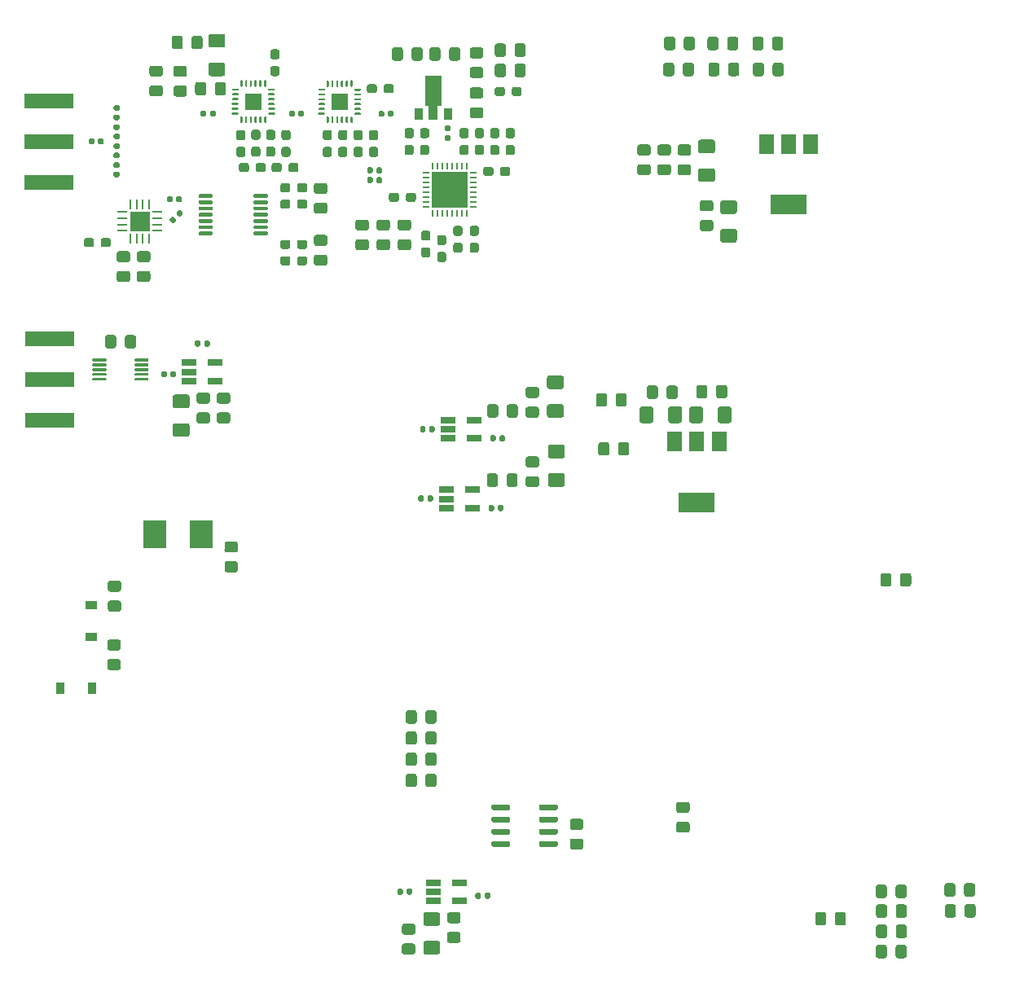
<source format=gbr>
%TF.GenerationSoftware,KiCad,Pcbnew,5.1.6-c6e7f7d~87~ubuntu20.04.1*%
%TF.CreationDate,2020-11-09T11:07:28+00:00*%
%TF.ProjectId,FrequencyCounter,46726571-7565-46e6-9379-436f756e7465,rev?*%
%TF.SameCoordinates,Original*%
%TF.FileFunction,Paste,Top*%
%TF.FilePolarity,Positive*%
%FSLAX46Y46*%
G04 Gerber Fmt 4.6, Leading zero omitted, Abs format (unit mm)*
G04 Created by KiCad (PCBNEW 5.1.6-c6e7f7d~87~ubuntu20.04.1) date 2020-11-09 11:07:28*
%MOMM*%
%LPD*%
G01*
G04 APERTURE LIST*
%ADD10C,0.100000*%
%ADD11C,0.152400*%
%ADD12R,1.500000X2.000000*%
%ADD13R,3.800000X2.000000*%
%ADD14R,0.756037X0.239283*%
%ADD15R,0.250000X1.000000*%
%ADD16R,1.000000X0.250000*%
%ADD17R,2.100000X2.100000*%
%ADD18R,0.900000X1.200000*%
%ADD19R,1.200000X0.900000*%
%ADD20R,5.080000X1.500000*%
%ADD21R,0.704800X0.249200*%
%ADD22R,0.249200X0.704800*%
%ADD23R,3.750000X3.750000*%
%ADD24R,0.900000X1.300000*%
%ADD25R,2.400000X3.000000*%
%ADD26R,1.560000X0.650000*%
G04 APERTURE END LIST*
D10*
%TO.C,U17*%
G36*
X59746186Y-29986186D02*
G01*
X61453814Y-29986186D01*
X61453814Y-31693814D01*
X59746186Y-31693814D01*
X59746186Y-29986186D01*
G37*
D11*
%TO.C,U5*%
X79225000Y-39900000D02*
X80900000Y-39900000D01*
X79225000Y-38225000D02*
X79225000Y-39900000D01*
X80900000Y-38225000D02*
X79225000Y-38225000D01*
X80900000Y-39900000D02*
X80900000Y-38225000D01*
X79225000Y-41775000D02*
X80900000Y-41775000D01*
X79225000Y-40100000D02*
X79225000Y-41775000D01*
X80900000Y-40100000D02*
X79225000Y-40100000D01*
X80900000Y-41775000D02*
X80900000Y-40100000D01*
X81100000Y-39900000D02*
X82775000Y-39900000D01*
X81100000Y-38225000D02*
X81100000Y-39900000D01*
X82775000Y-38225000D02*
X81100000Y-38225000D01*
X82775000Y-39900000D02*
X82775000Y-38225000D01*
X81100000Y-41775000D02*
X82775000Y-41775000D01*
X81100000Y-40100000D02*
X81100000Y-41775000D01*
X82775000Y-40100000D02*
X81100000Y-40100000D01*
X82775000Y-41775000D02*
X82775000Y-40100000D01*
D10*
%TO.C,U18*%
G36*
X68716186Y-30006186D02*
G01*
X70423814Y-30006186D01*
X70423814Y-31713814D01*
X68716186Y-31713814D01*
X68716186Y-30006186D01*
G37*
%TD*%
%TO.C,C94*%
G36*
G01*
X90050001Y-68875000D02*
X89149999Y-68875000D01*
G75*
G02*
X88900000Y-68625001I0J249999D01*
G01*
X88900000Y-67974999D01*
G75*
G02*
X89149999Y-67725000I249999J0D01*
G01*
X90050001Y-67725000D01*
G75*
G02*
X90300000Y-67974999I0J-249999D01*
G01*
X90300000Y-68625001D01*
G75*
G02*
X90050001Y-68875000I-249999J0D01*
G01*
G37*
G36*
G01*
X90050001Y-70925000D02*
X89149999Y-70925000D01*
G75*
G02*
X88900000Y-70675001I0J249999D01*
G01*
X88900000Y-70024999D01*
G75*
G02*
X89149999Y-69775000I249999J0D01*
G01*
X90050001Y-69775000D01*
G75*
G02*
X90300000Y-70024999I0J-249999D01*
G01*
X90300000Y-70675001D01*
G75*
G02*
X90050001Y-70925000I-249999J0D01*
G01*
G37*
%TD*%
D12*
%TO.C,U6*%
X118550000Y-35250000D03*
X113950000Y-35250000D03*
X116250000Y-35250000D03*
D13*
X116250000Y-41550000D03*
%TD*%
D14*
%TO.C,U17*%
X58721955Y-29590000D03*
G36*
G01*
X58343937Y-30090000D02*
X58343937Y-30090000D01*
G75*
G02*
X58463578Y-29970359I119641J0D01*
G01*
X58980332Y-29970359D01*
G75*
G02*
X59099973Y-30090000I0J-119641D01*
G01*
X59099973Y-30090000D01*
G75*
G02*
X58980332Y-30209641I-119641J0D01*
G01*
X58463578Y-30209641D01*
G75*
G02*
X58343937Y-30090000I0J119641D01*
G01*
G37*
G36*
G01*
X58343937Y-30590000D02*
X58343937Y-30590000D01*
G75*
G02*
X58463578Y-30470359I119641J0D01*
G01*
X58980332Y-30470359D01*
G75*
G02*
X59099973Y-30590000I0J-119641D01*
G01*
X59099973Y-30590000D01*
G75*
G02*
X58980332Y-30709641I-119641J0D01*
G01*
X58463578Y-30709641D01*
G75*
G02*
X58343937Y-30590000I0J119641D01*
G01*
G37*
G36*
G01*
X58343937Y-31090000D02*
X58343937Y-31090000D01*
G75*
G02*
X58463578Y-30970359I119641J0D01*
G01*
X58980332Y-30970359D01*
G75*
G02*
X59099973Y-31090000I0J-119641D01*
G01*
X59099973Y-31090000D01*
G75*
G02*
X58980332Y-31209641I-119641J0D01*
G01*
X58463578Y-31209641D01*
G75*
G02*
X58343937Y-31090000I0J119641D01*
G01*
G37*
G36*
G01*
X58343937Y-31590000D02*
X58343937Y-31590000D01*
G75*
G02*
X58463578Y-31470359I119641J0D01*
G01*
X58980332Y-31470359D01*
G75*
G02*
X59099973Y-31590000I0J-119641D01*
G01*
X59099973Y-31590000D01*
G75*
G02*
X58980332Y-31709641I-119641J0D01*
G01*
X58463578Y-31709641D01*
G75*
G02*
X58343937Y-31590000I0J119641D01*
G01*
G37*
G36*
G01*
X58343937Y-32090000D02*
X58343937Y-32090000D01*
G75*
G02*
X58463578Y-31970359I119641J0D01*
G01*
X58980332Y-31970359D01*
G75*
G02*
X59099973Y-32090000I0J-119641D01*
G01*
X59099973Y-32090000D01*
G75*
G02*
X58980332Y-32209641I-119641J0D01*
G01*
X58463578Y-32209641D01*
G75*
G02*
X58343937Y-32090000I0J119641D01*
G01*
G37*
G36*
G01*
X59230359Y-32976422D02*
X59230359Y-32459668D01*
G75*
G02*
X59350000Y-32340027I119641J0D01*
G01*
X59350000Y-32340027D01*
G75*
G02*
X59469641Y-32459668I0J-119641D01*
G01*
X59469641Y-32976422D01*
G75*
G02*
X59350000Y-33096063I-119641J0D01*
G01*
X59350000Y-33096063D01*
G75*
G02*
X59230359Y-32976422I0J119641D01*
G01*
G37*
G36*
G01*
X59730359Y-32976422D02*
X59730359Y-32459668D01*
G75*
G02*
X59850000Y-32340027I119641J0D01*
G01*
X59850000Y-32340027D01*
G75*
G02*
X59969641Y-32459668I0J-119641D01*
G01*
X59969641Y-32976422D01*
G75*
G02*
X59850000Y-33096063I-119641J0D01*
G01*
X59850000Y-33096063D01*
G75*
G02*
X59730359Y-32976422I0J119641D01*
G01*
G37*
G36*
G01*
X60230359Y-32976422D02*
X60230359Y-32459668D01*
G75*
G02*
X60350000Y-32340027I119641J0D01*
G01*
X60350000Y-32340027D01*
G75*
G02*
X60469641Y-32459668I0J-119641D01*
G01*
X60469641Y-32976422D01*
G75*
G02*
X60350000Y-33096063I-119641J0D01*
G01*
X60350000Y-33096063D01*
G75*
G02*
X60230359Y-32976422I0J119641D01*
G01*
G37*
G36*
G01*
X60730359Y-32976422D02*
X60730359Y-32459668D01*
G75*
G02*
X60850000Y-32340027I119641J0D01*
G01*
X60850000Y-32340027D01*
G75*
G02*
X60969641Y-32459668I0J-119641D01*
G01*
X60969641Y-32976422D01*
G75*
G02*
X60850000Y-33096063I-119641J0D01*
G01*
X60850000Y-33096063D01*
G75*
G02*
X60730359Y-32976422I0J119641D01*
G01*
G37*
G36*
G01*
X61230359Y-32976422D02*
X61230359Y-32459668D01*
G75*
G02*
X61350000Y-32340027I119641J0D01*
G01*
X61350000Y-32340027D01*
G75*
G02*
X61469641Y-32459668I0J-119641D01*
G01*
X61469641Y-32976422D01*
G75*
G02*
X61350000Y-33096063I-119641J0D01*
G01*
X61350000Y-33096063D01*
G75*
G02*
X61230359Y-32976422I0J119641D01*
G01*
G37*
G36*
G01*
X61730359Y-32976422D02*
X61730359Y-32459668D01*
G75*
G02*
X61850000Y-32340027I119641J0D01*
G01*
X61850000Y-32340027D01*
G75*
G02*
X61969641Y-32459668I0J-119641D01*
G01*
X61969641Y-32976422D01*
G75*
G02*
X61850000Y-33096063I-119641J0D01*
G01*
X61850000Y-33096063D01*
G75*
G02*
X61730359Y-32976422I0J119641D01*
G01*
G37*
G36*
G01*
X61730359Y-29220332D02*
X61730359Y-28703578D01*
G75*
G02*
X61850000Y-28583937I119641J0D01*
G01*
X61850000Y-28583937D01*
G75*
G02*
X61969641Y-28703578I0J-119641D01*
G01*
X61969641Y-29220332D01*
G75*
G02*
X61850000Y-29339973I-119641J0D01*
G01*
X61850000Y-29339973D01*
G75*
G02*
X61730359Y-29220332I0J119641D01*
G01*
G37*
G36*
G01*
X61230359Y-29220332D02*
X61230359Y-28703578D01*
G75*
G02*
X61350000Y-28583937I119641J0D01*
G01*
X61350000Y-28583937D01*
G75*
G02*
X61469641Y-28703578I0J-119641D01*
G01*
X61469641Y-29220332D01*
G75*
G02*
X61350000Y-29339973I-119641J0D01*
G01*
X61350000Y-29339973D01*
G75*
G02*
X61230359Y-29220332I0J119641D01*
G01*
G37*
G36*
G01*
X60730359Y-29220332D02*
X60730359Y-28703578D01*
G75*
G02*
X60850000Y-28583937I119641J0D01*
G01*
X60850000Y-28583937D01*
G75*
G02*
X60969641Y-28703578I0J-119641D01*
G01*
X60969641Y-29220332D01*
G75*
G02*
X60850000Y-29339973I-119641J0D01*
G01*
X60850000Y-29339973D01*
G75*
G02*
X60730359Y-29220332I0J119641D01*
G01*
G37*
G36*
G01*
X60230359Y-29220332D02*
X60230359Y-28703578D01*
G75*
G02*
X60350000Y-28583937I119641J0D01*
G01*
X60350000Y-28583937D01*
G75*
G02*
X60469641Y-28703578I0J-119641D01*
G01*
X60469641Y-29220332D01*
G75*
G02*
X60350000Y-29339973I-119641J0D01*
G01*
X60350000Y-29339973D01*
G75*
G02*
X60230359Y-29220332I0J119641D01*
G01*
G37*
G36*
G01*
X59730359Y-29220332D02*
X59730359Y-28703578D01*
G75*
G02*
X59850000Y-28583937I119641J0D01*
G01*
X59850000Y-28583937D01*
G75*
G02*
X59969641Y-28703578I0J-119641D01*
G01*
X59969641Y-29220332D01*
G75*
G02*
X59850000Y-29339973I-119641J0D01*
G01*
X59850000Y-29339973D01*
G75*
G02*
X59730359Y-29220332I0J119641D01*
G01*
G37*
G36*
G01*
X59230359Y-29220332D02*
X59230359Y-28703578D01*
G75*
G02*
X59350000Y-28583937I119641J0D01*
G01*
X59350000Y-28583937D01*
G75*
G02*
X59469641Y-28703578I0J-119641D01*
G01*
X59469641Y-29220332D01*
G75*
G02*
X59350000Y-29339973I-119641J0D01*
G01*
X59350000Y-29339973D01*
G75*
G02*
X59230359Y-29220332I0J119641D01*
G01*
G37*
G36*
G01*
X62100028Y-32090000D02*
X62100028Y-32090000D01*
G75*
G02*
X62219669Y-31970359I119641J0D01*
G01*
X62736423Y-31970359D01*
G75*
G02*
X62856064Y-32090000I0J-119641D01*
G01*
X62856064Y-32090000D01*
G75*
G02*
X62736423Y-32209641I-119641J0D01*
G01*
X62219669Y-32209641D01*
G75*
G02*
X62100028Y-32090000I0J119641D01*
G01*
G37*
G36*
G01*
X62100028Y-31590000D02*
X62100028Y-31590000D01*
G75*
G02*
X62219669Y-31470359I119641J0D01*
G01*
X62736423Y-31470359D01*
G75*
G02*
X62856064Y-31590000I0J-119641D01*
G01*
X62856064Y-31590000D01*
G75*
G02*
X62736423Y-31709641I-119641J0D01*
G01*
X62219669Y-31709641D01*
G75*
G02*
X62100028Y-31590000I0J119641D01*
G01*
G37*
G36*
G01*
X62100028Y-31090000D02*
X62100028Y-31090000D01*
G75*
G02*
X62219669Y-30970359I119641J0D01*
G01*
X62736423Y-30970359D01*
G75*
G02*
X62856064Y-31090000I0J-119641D01*
G01*
X62856064Y-31090000D01*
G75*
G02*
X62736423Y-31209641I-119641J0D01*
G01*
X62219669Y-31209641D01*
G75*
G02*
X62100028Y-31090000I0J119641D01*
G01*
G37*
G36*
G01*
X62100028Y-30590000D02*
X62100028Y-30590000D01*
G75*
G02*
X62219669Y-30470359I119641J0D01*
G01*
X62736423Y-30470359D01*
G75*
G02*
X62856064Y-30590000I0J-119641D01*
G01*
X62856064Y-30590000D01*
G75*
G02*
X62736423Y-30709641I-119641J0D01*
G01*
X62219669Y-30709641D01*
G75*
G02*
X62100028Y-30590000I0J119641D01*
G01*
G37*
G36*
G01*
X62100028Y-30090000D02*
X62100028Y-30090000D01*
G75*
G02*
X62219669Y-29970359I119641J0D01*
G01*
X62736423Y-29970359D01*
G75*
G02*
X62856064Y-30090000I0J-119641D01*
G01*
X62856064Y-30090000D01*
G75*
G02*
X62736423Y-30209641I-119641J0D01*
G01*
X62219669Y-30209641D01*
G75*
G02*
X62100028Y-30090000I0J119641D01*
G01*
G37*
G36*
G01*
X62100028Y-29590000D02*
X62100028Y-29590000D01*
G75*
G02*
X62219669Y-29470359I119641J0D01*
G01*
X62736423Y-29470359D01*
G75*
G02*
X62856064Y-29590000I0J-119641D01*
G01*
X62856064Y-29590000D01*
G75*
G02*
X62736423Y-29709641I-119641J0D01*
G01*
X62219669Y-29709641D01*
G75*
G02*
X62100028Y-29590000I0J119641D01*
G01*
G37*
%TD*%
D15*
%TO.C,U2*%
X49774999Y-41497601D03*
X49125001Y-41497601D03*
X48474999Y-41497601D03*
X47825001Y-41497601D03*
D16*
X46997601Y-42325001D03*
X46997601Y-42974999D03*
X46997601Y-43625001D03*
X46997601Y-44274999D03*
D15*
X47825001Y-45102399D03*
X48474999Y-45102399D03*
X49125001Y-45102399D03*
X49774999Y-45102399D03*
D16*
X50602399Y-44274999D03*
X50602399Y-43625001D03*
X50602399Y-42974999D03*
X50602399Y-42325001D03*
D17*
X48800000Y-43300000D03*
%TD*%
%TO.C,U7*%
G36*
G01*
X54900000Y-40750000D02*
X54900000Y-40550000D01*
G75*
G02*
X55000000Y-40450000I100000J0D01*
G01*
X56275000Y-40450000D01*
G75*
G02*
X56375000Y-40550000I0J-100000D01*
G01*
X56375000Y-40750000D01*
G75*
G02*
X56275000Y-40850000I-100000J0D01*
G01*
X55000000Y-40850000D01*
G75*
G02*
X54900000Y-40750000I0J100000D01*
G01*
G37*
G36*
G01*
X54900000Y-41400000D02*
X54900000Y-41200000D01*
G75*
G02*
X55000000Y-41100000I100000J0D01*
G01*
X56275000Y-41100000D01*
G75*
G02*
X56375000Y-41200000I0J-100000D01*
G01*
X56375000Y-41400000D01*
G75*
G02*
X56275000Y-41500000I-100000J0D01*
G01*
X55000000Y-41500000D01*
G75*
G02*
X54900000Y-41400000I0J100000D01*
G01*
G37*
G36*
G01*
X54900000Y-42050000D02*
X54900000Y-41850000D01*
G75*
G02*
X55000000Y-41750000I100000J0D01*
G01*
X56275000Y-41750000D01*
G75*
G02*
X56375000Y-41850000I0J-100000D01*
G01*
X56375000Y-42050000D01*
G75*
G02*
X56275000Y-42150000I-100000J0D01*
G01*
X55000000Y-42150000D01*
G75*
G02*
X54900000Y-42050000I0J100000D01*
G01*
G37*
G36*
G01*
X54900000Y-42700000D02*
X54900000Y-42500000D01*
G75*
G02*
X55000000Y-42400000I100000J0D01*
G01*
X56275000Y-42400000D01*
G75*
G02*
X56375000Y-42500000I0J-100000D01*
G01*
X56375000Y-42700000D01*
G75*
G02*
X56275000Y-42800000I-100000J0D01*
G01*
X55000000Y-42800000D01*
G75*
G02*
X54900000Y-42700000I0J100000D01*
G01*
G37*
G36*
G01*
X54900000Y-43350000D02*
X54900000Y-43150000D01*
G75*
G02*
X55000000Y-43050000I100000J0D01*
G01*
X56275000Y-43050000D01*
G75*
G02*
X56375000Y-43150000I0J-100000D01*
G01*
X56375000Y-43350000D01*
G75*
G02*
X56275000Y-43450000I-100000J0D01*
G01*
X55000000Y-43450000D01*
G75*
G02*
X54900000Y-43350000I0J100000D01*
G01*
G37*
G36*
G01*
X54900000Y-44000000D02*
X54900000Y-43800000D01*
G75*
G02*
X55000000Y-43700000I100000J0D01*
G01*
X56275000Y-43700000D01*
G75*
G02*
X56375000Y-43800000I0J-100000D01*
G01*
X56375000Y-44000000D01*
G75*
G02*
X56275000Y-44100000I-100000J0D01*
G01*
X55000000Y-44100000D01*
G75*
G02*
X54900000Y-44000000I0J100000D01*
G01*
G37*
G36*
G01*
X54900000Y-44650000D02*
X54900000Y-44450000D01*
G75*
G02*
X55000000Y-44350000I100000J0D01*
G01*
X56275000Y-44350000D01*
G75*
G02*
X56375000Y-44450000I0J-100000D01*
G01*
X56375000Y-44650000D01*
G75*
G02*
X56275000Y-44750000I-100000J0D01*
G01*
X55000000Y-44750000D01*
G75*
G02*
X54900000Y-44650000I0J100000D01*
G01*
G37*
G36*
G01*
X60625000Y-44650000D02*
X60625000Y-44450000D01*
G75*
G02*
X60725000Y-44350000I100000J0D01*
G01*
X62000000Y-44350000D01*
G75*
G02*
X62100000Y-44450000I0J-100000D01*
G01*
X62100000Y-44650000D01*
G75*
G02*
X62000000Y-44750000I-100000J0D01*
G01*
X60725000Y-44750000D01*
G75*
G02*
X60625000Y-44650000I0J100000D01*
G01*
G37*
G36*
G01*
X60625000Y-44000000D02*
X60625000Y-43800000D01*
G75*
G02*
X60725000Y-43700000I100000J0D01*
G01*
X62000000Y-43700000D01*
G75*
G02*
X62100000Y-43800000I0J-100000D01*
G01*
X62100000Y-44000000D01*
G75*
G02*
X62000000Y-44100000I-100000J0D01*
G01*
X60725000Y-44100000D01*
G75*
G02*
X60625000Y-44000000I0J100000D01*
G01*
G37*
G36*
G01*
X60625000Y-43350000D02*
X60625000Y-43150000D01*
G75*
G02*
X60725000Y-43050000I100000J0D01*
G01*
X62000000Y-43050000D01*
G75*
G02*
X62100000Y-43150000I0J-100000D01*
G01*
X62100000Y-43350000D01*
G75*
G02*
X62000000Y-43450000I-100000J0D01*
G01*
X60725000Y-43450000D01*
G75*
G02*
X60625000Y-43350000I0J100000D01*
G01*
G37*
G36*
G01*
X60625000Y-42700000D02*
X60625000Y-42500000D01*
G75*
G02*
X60725000Y-42400000I100000J0D01*
G01*
X62000000Y-42400000D01*
G75*
G02*
X62100000Y-42500000I0J-100000D01*
G01*
X62100000Y-42700000D01*
G75*
G02*
X62000000Y-42800000I-100000J0D01*
G01*
X60725000Y-42800000D01*
G75*
G02*
X60625000Y-42700000I0J100000D01*
G01*
G37*
G36*
G01*
X60625000Y-42050000D02*
X60625000Y-41850000D01*
G75*
G02*
X60725000Y-41750000I100000J0D01*
G01*
X62000000Y-41750000D01*
G75*
G02*
X62100000Y-41850000I0J-100000D01*
G01*
X62100000Y-42050000D01*
G75*
G02*
X62000000Y-42150000I-100000J0D01*
G01*
X60725000Y-42150000D01*
G75*
G02*
X60625000Y-42050000I0J100000D01*
G01*
G37*
G36*
G01*
X60625000Y-41400000D02*
X60625000Y-41200000D01*
G75*
G02*
X60725000Y-41100000I100000J0D01*
G01*
X62000000Y-41100000D01*
G75*
G02*
X62100000Y-41200000I0J-100000D01*
G01*
X62100000Y-41400000D01*
G75*
G02*
X62000000Y-41500000I-100000J0D01*
G01*
X60725000Y-41500000D01*
G75*
G02*
X60625000Y-41400000I0J100000D01*
G01*
G37*
G36*
G01*
X60625000Y-40750000D02*
X60625000Y-40550000D01*
G75*
G02*
X60725000Y-40450000I100000J0D01*
G01*
X62000000Y-40450000D01*
G75*
G02*
X62100000Y-40550000I0J-100000D01*
G01*
X62100000Y-40750000D01*
G75*
G02*
X62000000Y-40850000I-100000J0D01*
G01*
X60725000Y-40850000D01*
G75*
G02*
X60625000Y-40750000I0J100000D01*
G01*
G37*
%TD*%
%TO.C,R40*%
G36*
G01*
X54550000Y-29950001D02*
X54550000Y-29049999D01*
G75*
G02*
X54799999Y-28800000I249999J0D01*
G01*
X55450001Y-28800000D01*
G75*
G02*
X55700000Y-29049999I0J-249999D01*
G01*
X55700000Y-29950001D01*
G75*
G02*
X55450001Y-30200000I-249999J0D01*
G01*
X54799999Y-30200000D01*
G75*
G02*
X54550000Y-29950001I0J249999D01*
G01*
G37*
G36*
G01*
X56600000Y-29950001D02*
X56600000Y-29049999D01*
G75*
G02*
X56849999Y-28800000I249999J0D01*
G01*
X57500001Y-28800000D01*
G75*
G02*
X57750000Y-29049999I0J-249999D01*
G01*
X57750000Y-29950001D01*
G75*
G02*
X57500001Y-30200000I-249999J0D01*
G01*
X56849999Y-30200000D01*
G75*
G02*
X56600000Y-29950001I0J249999D01*
G01*
G37*
%TD*%
%TO.C,C87*%
G36*
G01*
X55135000Y-32272500D02*
X55135000Y-31927500D01*
G75*
G02*
X55282500Y-31780000I147500J0D01*
G01*
X55577500Y-31780000D01*
G75*
G02*
X55725000Y-31927500I0J-147500D01*
G01*
X55725000Y-32272500D01*
G75*
G02*
X55577500Y-32420000I-147500J0D01*
G01*
X55282500Y-32420000D01*
G75*
G02*
X55135000Y-32272500I0J147500D01*
G01*
G37*
G36*
G01*
X56105000Y-32272500D02*
X56105000Y-31927500D01*
G75*
G02*
X56252500Y-31780000I147500J0D01*
G01*
X56547500Y-31780000D01*
G75*
G02*
X56695000Y-31927500I0J-147500D01*
G01*
X56695000Y-32272500D01*
G75*
G02*
X56547500Y-32420000I-147500J0D01*
G01*
X56252500Y-32420000D01*
G75*
G02*
X56105000Y-32272500I0J147500D01*
G01*
G37*
%TD*%
%TO.C,R3*%
G36*
G01*
X46572500Y-36740000D02*
X46227500Y-36740000D01*
G75*
G02*
X46080000Y-36592500I0J147500D01*
G01*
X46080000Y-36297500D01*
G75*
G02*
X46227500Y-36150000I147500J0D01*
G01*
X46572500Y-36150000D01*
G75*
G02*
X46720000Y-36297500I0J-147500D01*
G01*
X46720000Y-36592500D01*
G75*
G02*
X46572500Y-36740000I-147500J0D01*
G01*
G37*
G36*
G01*
X46572500Y-35770000D02*
X46227500Y-35770000D01*
G75*
G02*
X46080000Y-35622500I0J147500D01*
G01*
X46080000Y-35327500D01*
G75*
G02*
X46227500Y-35180000I147500J0D01*
G01*
X46572500Y-35180000D01*
G75*
G02*
X46720000Y-35327500I0J-147500D01*
G01*
X46720000Y-35622500D01*
G75*
G02*
X46572500Y-35770000I-147500J0D01*
G01*
G37*
%TD*%
%TO.C,C48*%
G36*
G01*
X60150000Y-37462500D02*
X60150000Y-37937500D01*
G75*
G02*
X59912500Y-38175000I-237500J0D01*
G01*
X59337500Y-38175000D01*
G75*
G02*
X59100000Y-37937500I0J237500D01*
G01*
X59100000Y-37462500D01*
G75*
G02*
X59337500Y-37225000I237500J0D01*
G01*
X59912500Y-37225000D01*
G75*
G02*
X60150000Y-37462500I0J-237500D01*
G01*
G37*
G36*
G01*
X61900000Y-37462500D02*
X61900000Y-37937500D01*
G75*
G02*
X61662500Y-38175000I-237500J0D01*
G01*
X61087500Y-38175000D01*
G75*
G02*
X60850000Y-37937500I0J237500D01*
G01*
X60850000Y-37462500D01*
G75*
G02*
X61087500Y-37225000I237500J0D01*
G01*
X61662500Y-37225000D01*
G75*
G02*
X61900000Y-37462500I0J-237500D01*
G01*
G37*
%TD*%
%TO.C,C47*%
G36*
G01*
X64250000Y-37937500D02*
X64250000Y-37462500D01*
G75*
G02*
X64487500Y-37225000I237500J0D01*
G01*
X65062500Y-37225000D01*
G75*
G02*
X65300000Y-37462500I0J-237500D01*
G01*
X65300000Y-37937500D01*
G75*
G02*
X65062500Y-38175000I-237500J0D01*
G01*
X64487500Y-38175000D01*
G75*
G02*
X64250000Y-37937500I0J237500D01*
G01*
G37*
G36*
G01*
X62500000Y-37937500D02*
X62500000Y-37462500D01*
G75*
G02*
X62737500Y-37225000I237500J0D01*
G01*
X63312500Y-37225000D01*
G75*
G02*
X63550000Y-37462500I0J-237500D01*
G01*
X63550000Y-37937500D01*
G75*
G02*
X63312500Y-38175000I-237500J0D01*
G01*
X62737500Y-38175000D01*
G75*
G02*
X62500000Y-37937500I0J237500D01*
G01*
G37*
%TD*%
%TO.C,C43*%
G36*
G01*
X64450000Y-47162500D02*
X64450000Y-47637500D01*
G75*
G02*
X64212500Y-47875000I-237500J0D01*
G01*
X63637500Y-47875000D01*
G75*
G02*
X63400000Y-47637500I0J237500D01*
G01*
X63400000Y-47162500D01*
G75*
G02*
X63637500Y-46925000I237500J0D01*
G01*
X64212500Y-46925000D01*
G75*
G02*
X64450000Y-47162500I0J-237500D01*
G01*
G37*
G36*
G01*
X66200000Y-47162500D02*
X66200000Y-47637500D01*
G75*
G02*
X65962500Y-47875000I-237500J0D01*
G01*
X65387500Y-47875000D01*
G75*
G02*
X65150000Y-47637500I0J237500D01*
G01*
X65150000Y-47162500D01*
G75*
G02*
X65387500Y-46925000I237500J0D01*
G01*
X65962500Y-46925000D01*
G75*
G02*
X66200000Y-47162500I0J-237500D01*
G01*
G37*
%TD*%
%TO.C,C42*%
G36*
G01*
X64450000Y-39562500D02*
X64450000Y-40037500D01*
G75*
G02*
X64212500Y-40275000I-237500J0D01*
G01*
X63637500Y-40275000D01*
G75*
G02*
X63400000Y-40037500I0J237500D01*
G01*
X63400000Y-39562500D01*
G75*
G02*
X63637500Y-39325000I237500J0D01*
G01*
X64212500Y-39325000D01*
G75*
G02*
X64450000Y-39562500I0J-237500D01*
G01*
G37*
G36*
G01*
X66200000Y-39562500D02*
X66200000Y-40037500D01*
G75*
G02*
X65962500Y-40275000I-237500J0D01*
G01*
X65387500Y-40275000D01*
G75*
G02*
X65150000Y-40037500I0J237500D01*
G01*
X65150000Y-39562500D01*
G75*
G02*
X65387500Y-39325000I237500J0D01*
G01*
X65962500Y-39325000D01*
G75*
G02*
X66200000Y-39562500I0J-237500D01*
G01*
G37*
%TD*%
%TO.C,C37*%
G36*
G01*
X81622500Y-45510000D02*
X82097500Y-45510000D01*
G75*
G02*
X82335000Y-45747500I0J-237500D01*
G01*
X82335000Y-46322500D01*
G75*
G02*
X82097500Y-46560000I-237500J0D01*
G01*
X81622500Y-46560000D01*
G75*
G02*
X81385000Y-46322500I0J237500D01*
G01*
X81385000Y-45747500D01*
G75*
G02*
X81622500Y-45510000I237500J0D01*
G01*
G37*
G36*
G01*
X81622500Y-43760000D02*
X82097500Y-43760000D01*
G75*
G02*
X82335000Y-43997500I0J-237500D01*
G01*
X82335000Y-44572500D01*
G75*
G02*
X82097500Y-44810000I-237500J0D01*
G01*
X81622500Y-44810000D01*
G75*
G02*
X81385000Y-44572500I0J237500D01*
G01*
X81385000Y-43997500D01*
G75*
G02*
X81622500Y-43760000I237500J0D01*
G01*
G37*
%TD*%
%TO.C,C28*%
G36*
G01*
X78287500Y-46000000D02*
X78762500Y-46000000D01*
G75*
G02*
X79000000Y-46237500I0J-237500D01*
G01*
X79000000Y-46812500D01*
G75*
G02*
X78762500Y-47050000I-237500J0D01*
G01*
X78287500Y-47050000D01*
G75*
G02*
X78050000Y-46812500I0J237500D01*
G01*
X78050000Y-46237500D01*
G75*
G02*
X78287500Y-46000000I237500J0D01*
G01*
G37*
G36*
G01*
X78287500Y-44250000D02*
X78762500Y-44250000D01*
G75*
G02*
X79000000Y-44487500I0J-237500D01*
G01*
X79000000Y-45062500D01*
G75*
G02*
X78762500Y-45300000I-237500J0D01*
G01*
X78287500Y-45300000D01*
G75*
G02*
X78050000Y-45062500I0J237500D01*
G01*
X78050000Y-44487500D01*
G75*
G02*
X78287500Y-44250000I237500J0D01*
G01*
G37*
%TD*%
%TO.C,C25*%
G36*
G01*
X78637500Y-34650000D02*
X78162500Y-34650000D01*
G75*
G02*
X77925000Y-34412500I0J237500D01*
G01*
X77925000Y-33837500D01*
G75*
G02*
X78162500Y-33600000I237500J0D01*
G01*
X78637500Y-33600000D01*
G75*
G02*
X78875000Y-33837500I0J-237500D01*
G01*
X78875000Y-34412500D01*
G75*
G02*
X78637500Y-34650000I-237500J0D01*
G01*
G37*
G36*
G01*
X78637500Y-36400000D02*
X78162500Y-36400000D01*
G75*
G02*
X77925000Y-36162500I0J237500D01*
G01*
X77925000Y-35587500D01*
G75*
G02*
X78162500Y-35350000I237500J0D01*
G01*
X78637500Y-35350000D01*
G75*
G02*
X78875000Y-35587500I0J-237500D01*
G01*
X78875000Y-36162500D01*
G75*
G02*
X78637500Y-36400000I-237500J0D01*
G01*
G37*
%TD*%
%TO.C,C17*%
G36*
G01*
X85937500Y-34650000D02*
X85462500Y-34650000D01*
G75*
G02*
X85225000Y-34412500I0J237500D01*
G01*
X85225000Y-33837500D01*
G75*
G02*
X85462500Y-33600000I237500J0D01*
G01*
X85937500Y-33600000D01*
G75*
G02*
X86175000Y-33837500I0J-237500D01*
G01*
X86175000Y-34412500D01*
G75*
G02*
X85937500Y-34650000I-237500J0D01*
G01*
G37*
G36*
G01*
X85937500Y-36400000D02*
X85462500Y-36400000D01*
G75*
G02*
X85225000Y-36162500I0J237500D01*
G01*
X85225000Y-35587500D01*
G75*
G02*
X85462500Y-35350000I237500J0D01*
G01*
X85937500Y-35350000D01*
G75*
G02*
X86175000Y-35587500I0J-237500D01*
G01*
X86175000Y-36162500D01*
G75*
G02*
X85937500Y-36400000I-237500J0D01*
G01*
G37*
%TD*%
%TO.C,C14*%
G36*
G01*
X82737500Y-34650000D02*
X82262500Y-34650000D01*
G75*
G02*
X82025000Y-34412500I0J237500D01*
G01*
X82025000Y-33837500D01*
G75*
G02*
X82262500Y-33600000I237500J0D01*
G01*
X82737500Y-33600000D01*
G75*
G02*
X82975000Y-33837500I0J-237500D01*
G01*
X82975000Y-34412500D01*
G75*
G02*
X82737500Y-34650000I-237500J0D01*
G01*
G37*
G36*
G01*
X82737500Y-36400000D02*
X82262500Y-36400000D01*
G75*
G02*
X82025000Y-36162500I0J237500D01*
G01*
X82025000Y-35587500D01*
G75*
G02*
X82262500Y-35350000I237500J0D01*
G01*
X82737500Y-35350000D01*
G75*
G02*
X82975000Y-35587500I0J-237500D01*
G01*
X82975000Y-36162500D01*
G75*
G02*
X82737500Y-36400000I-237500J0D01*
G01*
G37*
%TD*%
%TO.C,C2*%
G36*
G01*
X45671999Y-86752000D02*
X46572001Y-86752000D01*
G75*
G02*
X46822000Y-87001999I0J-249999D01*
G01*
X46822000Y-87652001D01*
G75*
G02*
X46572001Y-87902000I-249999J0D01*
G01*
X45671999Y-87902000D01*
G75*
G02*
X45422000Y-87652001I0J249999D01*
G01*
X45422000Y-87001999D01*
G75*
G02*
X45671999Y-86752000I249999J0D01*
G01*
G37*
G36*
G01*
X45671999Y-88802000D02*
X46572001Y-88802000D01*
G75*
G02*
X46822000Y-89051999I0J-249999D01*
G01*
X46822000Y-89702001D01*
G75*
G02*
X46572001Y-89952000I-249999J0D01*
G01*
X45671999Y-89952000D01*
G75*
G02*
X45422000Y-89702001I0J249999D01*
G01*
X45422000Y-89051999D01*
G75*
G02*
X45671999Y-88802000I249999J0D01*
G01*
G37*
%TD*%
%TO.C,C4*%
G36*
G01*
X45721999Y-80652000D02*
X46622001Y-80652000D01*
G75*
G02*
X46872000Y-80901999I0J-249999D01*
G01*
X46872000Y-81552001D01*
G75*
G02*
X46622001Y-81802000I-249999J0D01*
G01*
X45721999Y-81802000D01*
G75*
G02*
X45472000Y-81552001I0J249999D01*
G01*
X45472000Y-80901999D01*
G75*
G02*
X45721999Y-80652000I249999J0D01*
G01*
G37*
G36*
G01*
X45721999Y-82702000D02*
X46622001Y-82702000D01*
G75*
G02*
X46872000Y-82951999I0J-249999D01*
G01*
X46872000Y-83602001D01*
G75*
G02*
X46622001Y-83852000I-249999J0D01*
G01*
X45721999Y-83852000D01*
G75*
G02*
X45472000Y-83602001I0J249999D01*
G01*
X45472000Y-82951999D01*
G75*
G02*
X45721999Y-82702000I249999J0D01*
G01*
G37*
%TD*%
%TO.C,C5*%
G36*
G01*
X43505000Y-35147500D02*
X43505000Y-34802500D01*
G75*
G02*
X43652500Y-34655000I147500J0D01*
G01*
X43947500Y-34655000D01*
G75*
G02*
X44095000Y-34802500I0J-147500D01*
G01*
X44095000Y-35147500D01*
G75*
G02*
X43947500Y-35295000I-147500J0D01*
G01*
X43652500Y-35295000D01*
G75*
G02*
X43505000Y-35147500I0J147500D01*
G01*
G37*
G36*
G01*
X44475000Y-35147500D02*
X44475000Y-34802500D01*
G75*
G02*
X44622500Y-34655000I147500J0D01*
G01*
X44917500Y-34655000D01*
G75*
G02*
X45065000Y-34802500I0J-147500D01*
G01*
X45065000Y-35147500D01*
G75*
G02*
X44917500Y-35295000I-147500J0D01*
G01*
X44622500Y-35295000D01*
G75*
G02*
X44475000Y-35147500I0J147500D01*
G01*
G37*
%TD*%
%TO.C,C8*%
G36*
G01*
X53029568Y-42126481D02*
X53273519Y-42370433D01*
G75*
G02*
X53273519Y-42579029I-104298J-104298D01*
G01*
X53064923Y-42787625D01*
G75*
G02*
X52856327Y-42787625I-104298J104298D01*
G01*
X52612375Y-42543673D01*
G75*
G02*
X52612375Y-42335077I104298J104298D01*
G01*
X52820971Y-42126481D01*
G75*
G02*
X53029567Y-42126481I104298J-104298D01*
G01*
G37*
G36*
G01*
X52343674Y-42812375D02*
X52587625Y-43056327D01*
G75*
G02*
X52587625Y-43264923I-104298J-104298D01*
G01*
X52379029Y-43473519D01*
G75*
G02*
X52170433Y-43473519I-104298J104298D01*
G01*
X51926481Y-43229567D01*
G75*
G02*
X51926481Y-43020971I104298J104298D01*
G01*
X52135077Y-42812375D01*
G75*
G02*
X52343673Y-42812375I104298J-104298D01*
G01*
G37*
%TD*%
%TO.C,C10*%
G36*
G01*
X47550001Y-47550000D02*
X46649999Y-47550000D01*
G75*
G02*
X46400000Y-47300001I0J249999D01*
G01*
X46400000Y-46649999D01*
G75*
G02*
X46649999Y-46400000I249999J0D01*
G01*
X47550001Y-46400000D01*
G75*
G02*
X47800000Y-46649999I0J-249999D01*
G01*
X47800000Y-47300001D01*
G75*
G02*
X47550001Y-47550000I-249999J0D01*
G01*
G37*
G36*
G01*
X47550001Y-49600000D02*
X46649999Y-49600000D01*
G75*
G02*
X46400000Y-49350001I0J249999D01*
G01*
X46400000Y-48699999D01*
G75*
G02*
X46649999Y-48450000I249999J0D01*
G01*
X47550001Y-48450000D01*
G75*
G02*
X47800000Y-48699999I0J-249999D01*
G01*
X47800000Y-49350001D01*
G75*
G02*
X47550001Y-49600000I-249999J0D01*
G01*
G37*
%TD*%
%TO.C,C11*%
G36*
G01*
X43000000Y-45737500D02*
X43000000Y-45262500D01*
G75*
G02*
X43237500Y-45025000I237500J0D01*
G01*
X43812500Y-45025000D01*
G75*
G02*
X44050000Y-45262500I0J-237500D01*
G01*
X44050000Y-45737500D01*
G75*
G02*
X43812500Y-45975000I-237500J0D01*
G01*
X43237500Y-45975000D01*
G75*
G02*
X43000000Y-45737500I0J237500D01*
G01*
G37*
G36*
G01*
X44750000Y-45737500D02*
X44750000Y-45262500D01*
G75*
G02*
X44987500Y-45025000I237500J0D01*
G01*
X45562500Y-45025000D01*
G75*
G02*
X45800000Y-45262500I0J-237500D01*
G01*
X45800000Y-45737500D01*
G75*
G02*
X45562500Y-45975000I-237500J0D01*
G01*
X44987500Y-45975000D01*
G75*
G02*
X44750000Y-45737500I0J237500D01*
G01*
G37*
%TD*%
%TO.C,C18*%
G36*
G01*
X84337500Y-36400000D02*
X83862500Y-36400000D01*
G75*
G02*
X83625000Y-36162500I0J237500D01*
G01*
X83625000Y-35587500D01*
G75*
G02*
X83862500Y-35350000I237500J0D01*
G01*
X84337500Y-35350000D01*
G75*
G02*
X84575000Y-35587500I0J-237500D01*
G01*
X84575000Y-36162500D01*
G75*
G02*
X84337500Y-36400000I-237500J0D01*
G01*
G37*
G36*
G01*
X84337500Y-34650000D02*
X83862500Y-34650000D01*
G75*
G02*
X83625000Y-34412500I0J237500D01*
G01*
X83625000Y-33837500D01*
G75*
G02*
X83862500Y-33600000I237500J0D01*
G01*
X84337500Y-33600000D01*
G75*
G02*
X84575000Y-33837500I0J-237500D01*
G01*
X84575000Y-34412500D01*
G75*
G02*
X84337500Y-34650000I-237500J0D01*
G01*
G37*
%TD*%
%TO.C,C26*%
G36*
G01*
X84500000Y-38337500D02*
X84500000Y-37862500D01*
G75*
G02*
X84737500Y-37625000I237500J0D01*
G01*
X85312500Y-37625000D01*
G75*
G02*
X85550000Y-37862500I0J-237500D01*
G01*
X85550000Y-38337500D01*
G75*
G02*
X85312500Y-38575000I-237500J0D01*
G01*
X84737500Y-38575000D01*
G75*
G02*
X84500000Y-38337500I0J237500D01*
G01*
G37*
G36*
G01*
X86250000Y-38337500D02*
X86250000Y-37862500D01*
G75*
G02*
X86487500Y-37625000I237500J0D01*
G01*
X87062500Y-37625000D01*
G75*
G02*
X87300000Y-37862500I0J-237500D01*
G01*
X87300000Y-38337500D01*
G75*
G02*
X87062500Y-38575000I-237500J0D01*
G01*
X86487500Y-38575000D01*
G75*
G02*
X86250000Y-38337500I0J237500D01*
G01*
G37*
%TD*%
%TO.C,C27*%
G36*
G01*
X77037500Y-36400000D02*
X76562500Y-36400000D01*
G75*
G02*
X76325000Y-36162500I0J237500D01*
G01*
X76325000Y-35587500D01*
G75*
G02*
X76562500Y-35350000I237500J0D01*
G01*
X77037500Y-35350000D01*
G75*
G02*
X77275000Y-35587500I0J-237500D01*
G01*
X77275000Y-36162500D01*
G75*
G02*
X77037500Y-36400000I-237500J0D01*
G01*
G37*
G36*
G01*
X77037500Y-34650000D02*
X76562500Y-34650000D01*
G75*
G02*
X76325000Y-34412500I0J237500D01*
G01*
X76325000Y-33837500D01*
G75*
G02*
X76562500Y-33600000I237500J0D01*
G01*
X77037500Y-33600000D01*
G75*
G02*
X77275000Y-33837500I0J-237500D01*
G01*
X77275000Y-34412500D01*
G75*
G02*
X77037500Y-34650000I-237500J0D01*
G01*
G37*
%TD*%
%TO.C,C31*%
G36*
G01*
X79937500Y-46475000D02*
X80412500Y-46475000D01*
G75*
G02*
X80650000Y-46712500I0J-237500D01*
G01*
X80650000Y-47287500D01*
G75*
G02*
X80412500Y-47525000I-237500J0D01*
G01*
X79937500Y-47525000D01*
G75*
G02*
X79700000Y-47287500I0J237500D01*
G01*
X79700000Y-46712500D01*
G75*
G02*
X79937500Y-46475000I237500J0D01*
G01*
G37*
G36*
G01*
X79937500Y-44725000D02*
X80412500Y-44725000D01*
G75*
G02*
X80650000Y-44962500I0J-237500D01*
G01*
X80650000Y-45537500D01*
G75*
G02*
X80412500Y-45775000I-237500J0D01*
G01*
X79937500Y-45775000D01*
G75*
G02*
X79700000Y-45537500I0J237500D01*
G01*
X79700000Y-44962500D01*
G75*
G02*
X79937500Y-44725000I237500J0D01*
G01*
G37*
%TD*%
%TO.C,C35*%
G36*
G01*
X83322500Y-45500000D02*
X83797500Y-45500000D01*
G75*
G02*
X84035000Y-45737500I0J-237500D01*
G01*
X84035000Y-46312500D01*
G75*
G02*
X83797500Y-46550000I-237500J0D01*
G01*
X83322500Y-46550000D01*
G75*
G02*
X83085000Y-46312500I0J237500D01*
G01*
X83085000Y-45737500D01*
G75*
G02*
X83322500Y-45500000I237500J0D01*
G01*
G37*
G36*
G01*
X83322500Y-43750000D02*
X83797500Y-43750000D01*
G75*
G02*
X84035000Y-43987500I0J-237500D01*
G01*
X84035000Y-44562500D01*
G75*
G02*
X83797500Y-44800000I-237500J0D01*
G01*
X83322500Y-44800000D01*
G75*
G02*
X83085000Y-44562500I0J237500D01*
G01*
X83085000Y-43987500D01*
G75*
G02*
X83322500Y-43750000I237500J0D01*
G01*
G37*
%TD*%
%TO.C,C36*%
G36*
G01*
X100749999Y-35300000D02*
X101650001Y-35300000D01*
G75*
G02*
X101900000Y-35549999I0J-249999D01*
G01*
X101900000Y-36200001D01*
G75*
G02*
X101650001Y-36450000I-249999J0D01*
G01*
X100749999Y-36450000D01*
G75*
G02*
X100500000Y-36200001I0J249999D01*
G01*
X100500000Y-35549999D01*
G75*
G02*
X100749999Y-35300000I249999J0D01*
G01*
G37*
G36*
G01*
X100749999Y-37350000D02*
X101650001Y-37350000D01*
G75*
G02*
X101900000Y-37599999I0J-249999D01*
G01*
X101900000Y-38250001D01*
G75*
G02*
X101650001Y-38500000I-249999J0D01*
G01*
X100749999Y-38500000D01*
G75*
G02*
X100500000Y-38250001I0J249999D01*
G01*
X100500000Y-37599999D01*
G75*
G02*
X100749999Y-37350000I249999J0D01*
G01*
G37*
%TD*%
%TO.C,C38*%
G36*
G01*
X75750000Y-40562500D02*
X75750000Y-41037500D01*
G75*
G02*
X75512500Y-41275000I-237500J0D01*
G01*
X74937500Y-41275000D01*
G75*
G02*
X74700000Y-41037500I0J237500D01*
G01*
X74700000Y-40562500D01*
G75*
G02*
X74937500Y-40325000I237500J0D01*
G01*
X75512500Y-40325000D01*
G75*
G02*
X75750000Y-40562500I0J-237500D01*
G01*
G37*
G36*
G01*
X77500000Y-40562500D02*
X77500000Y-41037500D01*
G75*
G02*
X77262500Y-41275000I-237500J0D01*
G01*
X76687500Y-41275000D01*
G75*
G02*
X76450000Y-41037500I0J237500D01*
G01*
X76450000Y-40562500D01*
G75*
G02*
X76687500Y-40325000I237500J0D01*
G01*
X77262500Y-40325000D01*
G75*
G02*
X77500000Y-40562500I0J-237500D01*
G01*
G37*
%TD*%
%TO.C,C39*%
G36*
G01*
X105850001Y-38500000D02*
X104949999Y-38500000D01*
G75*
G02*
X104700000Y-38250001I0J249999D01*
G01*
X104700000Y-37599999D01*
G75*
G02*
X104949999Y-37350000I249999J0D01*
G01*
X105850001Y-37350000D01*
G75*
G02*
X106100000Y-37599999I0J-249999D01*
G01*
X106100000Y-38250001D01*
G75*
G02*
X105850001Y-38500000I-249999J0D01*
G01*
G37*
G36*
G01*
X105850001Y-36450000D02*
X104949999Y-36450000D01*
G75*
G02*
X104700000Y-36200001I0J249999D01*
G01*
X104700000Y-35549999D01*
G75*
G02*
X104949999Y-35300000I249999J0D01*
G01*
X105850001Y-35300000D01*
G75*
G02*
X106100000Y-35549999I0J-249999D01*
G01*
X106100000Y-36200001D01*
G75*
G02*
X105850001Y-36450000I-249999J0D01*
G01*
G37*
%TD*%
%TO.C,C40*%
G36*
G01*
X108325000Y-36225000D02*
X107075000Y-36225000D01*
G75*
G02*
X106825000Y-35975000I0J250000D01*
G01*
X106825000Y-35050000D01*
G75*
G02*
X107075000Y-34800000I250000J0D01*
G01*
X108325000Y-34800000D01*
G75*
G02*
X108575000Y-35050000I0J-250000D01*
G01*
X108575000Y-35975000D01*
G75*
G02*
X108325000Y-36225000I-250000J0D01*
G01*
G37*
G36*
G01*
X108325000Y-39200000D02*
X107075000Y-39200000D01*
G75*
G02*
X106825000Y-38950000I0J250000D01*
G01*
X106825000Y-38025000D01*
G75*
G02*
X107075000Y-37775000I250000J0D01*
G01*
X108325000Y-37775000D01*
G75*
G02*
X108575000Y-38025000I0J-250000D01*
G01*
X108575000Y-38950000D01*
G75*
G02*
X108325000Y-39200000I-250000J0D01*
G01*
G37*
%TD*%
%TO.C,C41*%
G36*
G01*
X109375000Y-41100000D02*
X110625000Y-41100000D01*
G75*
G02*
X110875000Y-41350000I0J-250000D01*
G01*
X110875000Y-42275000D01*
G75*
G02*
X110625000Y-42525000I-250000J0D01*
G01*
X109375000Y-42525000D01*
G75*
G02*
X109125000Y-42275000I0J250000D01*
G01*
X109125000Y-41350000D01*
G75*
G02*
X109375000Y-41100000I250000J0D01*
G01*
G37*
G36*
G01*
X109375000Y-44075000D02*
X110625000Y-44075000D01*
G75*
G02*
X110875000Y-44325000I0J-250000D01*
G01*
X110875000Y-45250000D01*
G75*
G02*
X110625000Y-45500000I-250000J0D01*
G01*
X109375000Y-45500000D01*
G75*
G02*
X109125000Y-45250000I0J250000D01*
G01*
X109125000Y-44325000D01*
G75*
G02*
X109375000Y-44075000I250000J0D01*
G01*
G37*
%TD*%
%TO.C,C44*%
G36*
G01*
X107249999Y-41100000D02*
X108150001Y-41100000D01*
G75*
G02*
X108400000Y-41349999I0J-249999D01*
G01*
X108400000Y-42000001D01*
G75*
G02*
X108150001Y-42250000I-249999J0D01*
G01*
X107249999Y-42250000D01*
G75*
G02*
X107000000Y-42000001I0J249999D01*
G01*
X107000000Y-41349999D01*
G75*
G02*
X107249999Y-41100000I249999J0D01*
G01*
G37*
G36*
G01*
X107249999Y-43150000D02*
X108150001Y-43150000D01*
G75*
G02*
X108400000Y-43399999I0J-249999D01*
G01*
X108400000Y-44050001D01*
G75*
G02*
X108150001Y-44300000I-249999J0D01*
G01*
X107249999Y-44300000D01*
G75*
G02*
X107000000Y-44050001I0J249999D01*
G01*
X107000000Y-43399999D01*
G75*
G02*
X107249999Y-43150000I249999J0D01*
G01*
G37*
%TD*%
%TO.C,C45*%
G36*
G01*
X66200000Y-41262500D02*
X66200000Y-41737500D01*
G75*
G02*
X65962500Y-41975000I-237500J0D01*
G01*
X65387500Y-41975000D01*
G75*
G02*
X65150000Y-41737500I0J237500D01*
G01*
X65150000Y-41262500D01*
G75*
G02*
X65387500Y-41025000I237500J0D01*
G01*
X65962500Y-41025000D01*
G75*
G02*
X66200000Y-41262500I0J-237500D01*
G01*
G37*
G36*
G01*
X64450000Y-41262500D02*
X64450000Y-41737500D01*
G75*
G02*
X64212500Y-41975000I-237500J0D01*
G01*
X63637500Y-41975000D01*
G75*
G02*
X63400000Y-41737500I0J237500D01*
G01*
X63400000Y-41262500D01*
G75*
G02*
X63637500Y-41025000I237500J0D01*
G01*
X64212500Y-41025000D01*
G75*
G02*
X64450000Y-41262500I0J-237500D01*
G01*
G37*
%TD*%
%TO.C,C46*%
G36*
G01*
X64450000Y-45462500D02*
X64450000Y-45937500D01*
G75*
G02*
X64212500Y-46175000I-237500J0D01*
G01*
X63637500Y-46175000D01*
G75*
G02*
X63400000Y-45937500I0J237500D01*
G01*
X63400000Y-45462500D01*
G75*
G02*
X63637500Y-45225000I237500J0D01*
G01*
X64212500Y-45225000D01*
G75*
G02*
X64450000Y-45462500I0J-237500D01*
G01*
G37*
G36*
G01*
X66200000Y-45462500D02*
X66200000Y-45937500D01*
G75*
G02*
X65962500Y-46175000I-237500J0D01*
G01*
X65387500Y-46175000D01*
G75*
G02*
X65150000Y-45937500I0J237500D01*
G01*
X65150000Y-45462500D01*
G75*
G02*
X65387500Y-45225000I237500J0D01*
G01*
X65962500Y-45225000D01*
G75*
G02*
X66200000Y-45462500I0J-237500D01*
G01*
G37*
%TD*%
%TO.C,C59*%
G36*
G01*
X102175000Y-62775000D02*
X102175000Y-64025000D01*
G75*
G02*
X101925000Y-64275000I-250000J0D01*
G01*
X101000000Y-64275000D01*
G75*
G02*
X100750000Y-64025000I0J250000D01*
G01*
X100750000Y-62775000D01*
G75*
G02*
X101000000Y-62525000I250000J0D01*
G01*
X101925000Y-62525000D01*
G75*
G02*
X102175000Y-62775000I0J-250000D01*
G01*
G37*
G36*
G01*
X105150000Y-62775000D02*
X105150000Y-64025000D01*
G75*
G02*
X104900000Y-64275000I-250000J0D01*
G01*
X103975000Y-64275000D01*
G75*
G02*
X103725000Y-64025000I0J250000D01*
G01*
X103725000Y-62775000D01*
G75*
G02*
X103975000Y-62525000I250000J0D01*
G01*
X104900000Y-62525000D01*
G75*
G02*
X105150000Y-62775000I0J-250000D01*
G01*
G37*
%TD*%
%TO.C,C60*%
G36*
G01*
X104700000Y-60599999D02*
X104700000Y-61500001D01*
G75*
G02*
X104450001Y-61750000I-249999J0D01*
G01*
X103799999Y-61750000D01*
G75*
G02*
X103550000Y-61500001I0J249999D01*
G01*
X103550000Y-60599999D01*
G75*
G02*
X103799999Y-60350000I249999J0D01*
G01*
X104450001Y-60350000D01*
G75*
G02*
X104700000Y-60599999I0J-249999D01*
G01*
G37*
G36*
G01*
X102650000Y-60599999D02*
X102650000Y-61500001D01*
G75*
G02*
X102400001Y-61750000I-249999J0D01*
G01*
X101749999Y-61750000D01*
G75*
G02*
X101500000Y-61500001I0J249999D01*
G01*
X101500000Y-60599999D01*
G75*
G02*
X101749999Y-60350000I249999J0D01*
G01*
X102400001Y-60350000D01*
G75*
G02*
X102650000Y-60599999I0J-249999D01*
G01*
G37*
%TD*%
%TO.C,C61*%
G36*
G01*
X108875000Y-64025000D02*
X108875000Y-62775000D01*
G75*
G02*
X109125000Y-62525000I250000J0D01*
G01*
X110050000Y-62525000D01*
G75*
G02*
X110300000Y-62775000I0J-250000D01*
G01*
X110300000Y-64025000D01*
G75*
G02*
X110050000Y-64275000I-250000J0D01*
G01*
X109125000Y-64275000D01*
G75*
G02*
X108875000Y-64025000I0J250000D01*
G01*
G37*
G36*
G01*
X105900000Y-64025000D02*
X105900000Y-62775000D01*
G75*
G02*
X106150000Y-62525000I250000J0D01*
G01*
X107075000Y-62525000D01*
G75*
G02*
X107325000Y-62775000I0J-250000D01*
G01*
X107325000Y-64025000D01*
G75*
G02*
X107075000Y-64275000I-250000J0D01*
G01*
X106150000Y-64275000D01*
G75*
G02*
X105900000Y-64025000I0J250000D01*
G01*
G37*
%TD*%
%TO.C,C62*%
G36*
G01*
X108700000Y-61450001D02*
X108700000Y-60549999D01*
G75*
G02*
X108949999Y-60300000I249999J0D01*
G01*
X109600001Y-60300000D01*
G75*
G02*
X109850000Y-60549999I0J-249999D01*
G01*
X109850000Y-61450001D01*
G75*
G02*
X109600001Y-61700000I-249999J0D01*
G01*
X108949999Y-61700000D01*
G75*
G02*
X108700000Y-61450001I0J249999D01*
G01*
G37*
G36*
G01*
X106650000Y-61450001D02*
X106650000Y-60549999D01*
G75*
G02*
X106899999Y-60300000I249999J0D01*
G01*
X107550001Y-60300000D01*
G75*
G02*
X107800000Y-60549999I0J-249999D01*
G01*
X107800000Y-61450001D01*
G75*
G02*
X107550001Y-61700000I-249999J0D01*
G01*
X106899999Y-61700000D01*
G75*
G02*
X106650000Y-61450001I0J249999D01*
G01*
G37*
%TD*%
%TO.C,C73*%
G36*
G01*
X79765000Y-119508000D02*
X78515000Y-119508000D01*
G75*
G02*
X78265000Y-119258000I0J250000D01*
G01*
X78265000Y-118333000D01*
G75*
G02*
X78515000Y-118083000I250000J0D01*
G01*
X79765000Y-118083000D01*
G75*
G02*
X80015000Y-118333000I0J-250000D01*
G01*
X80015000Y-119258000D01*
G75*
G02*
X79765000Y-119508000I-250000J0D01*
G01*
G37*
G36*
G01*
X79765000Y-116533000D02*
X78515000Y-116533000D01*
G75*
G02*
X78265000Y-116283000I0J250000D01*
G01*
X78265000Y-115358000D01*
G75*
G02*
X78515000Y-115108000I250000J0D01*
G01*
X79765000Y-115108000D01*
G75*
G02*
X80015000Y-115358000I0J-250000D01*
G01*
X80015000Y-116283000D01*
G75*
G02*
X79765000Y-116533000I-250000J0D01*
G01*
G37*
%TD*%
%TO.C,C74*%
G36*
G01*
X77190001Y-117458000D02*
X76289999Y-117458000D01*
G75*
G02*
X76040000Y-117208001I0J249999D01*
G01*
X76040000Y-116557999D01*
G75*
G02*
X76289999Y-116308000I249999J0D01*
G01*
X77190001Y-116308000D01*
G75*
G02*
X77440000Y-116557999I0J-249999D01*
G01*
X77440000Y-117208001D01*
G75*
G02*
X77190001Y-117458000I-249999J0D01*
G01*
G37*
G36*
G01*
X77190001Y-119508000D02*
X76289999Y-119508000D01*
G75*
G02*
X76040000Y-119258001I0J249999D01*
G01*
X76040000Y-118607999D01*
G75*
G02*
X76289999Y-118358000I249999J0D01*
G01*
X77190001Y-118358000D01*
G75*
G02*
X77440000Y-118607999I0J-249999D01*
G01*
X77440000Y-119258001D01*
G75*
G02*
X77190001Y-119508000I-249999J0D01*
G01*
G37*
%TD*%
%TO.C,C79*%
G36*
G01*
X60622500Y-33775000D02*
X61097500Y-33775000D01*
G75*
G02*
X61335000Y-34012500I0J-237500D01*
G01*
X61335000Y-34587500D01*
G75*
G02*
X61097500Y-34825000I-237500J0D01*
G01*
X60622500Y-34825000D01*
G75*
G02*
X60385000Y-34587500I0J237500D01*
G01*
X60385000Y-34012500D01*
G75*
G02*
X60622500Y-33775000I237500J0D01*
G01*
G37*
G36*
G01*
X60622500Y-35525000D02*
X61097500Y-35525000D01*
G75*
G02*
X61335000Y-35762500I0J-237500D01*
G01*
X61335000Y-36337500D01*
G75*
G02*
X61097500Y-36575000I-237500J0D01*
G01*
X60622500Y-36575000D01*
G75*
G02*
X60385000Y-36337500I0J237500D01*
G01*
X60385000Y-35762500D01*
G75*
G02*
X60622500Y-35525000I237500J0D01*
G01*
G37*
%TD*%
%TO.C,C81*%
G36*
G01*
X59062500Y-35550000D02*
X59537500Y-35550000D01*
G75*
G02*
X59775000Y-35787500I0J-237500D01*
G01*
X59775000Y-36362500D01*
G75*
G02*
X59537500Y-36600000I-237500J0D01*
G01*
X59062500Y-36600000D01*
G75*
G02*
X58825000Y-36362500I0J237500D01*
G01*
X58825000Y-35787500D01*
G75*
G02*
X59062500Y-35550000I237500J0D01*
G01*
G37*
G36*
G01*
X59062500Y-33800000D02*
X59537500Y-33800000D01*
G75*
G02*
X59775000Y-34037500I0J-237500D01*
G01*
X59775000Y-34612500D01*
G75*
G02*
X59537500Y-34850000I-237500J0D01*
G01*
X59062500Y-34850000D01*
G75*
G02*
X58825000Y-34612500I0J237500D01*
G01*
X58825000Y-34037500D01*
G75*
G02*
X59062500Y-33800000I237500J0D01*
G01*
G37*
%TD*%
%TO.C,C82*%
G36*
G01*
X63087500Y-26450000D02*
X62612500Y-26450000D01*
G75*
G02*
X62375000Y-26212500I0J237500D01*
G01*
X62375000Y-25637500D01*
G75*
G02*
X62612500Y-25400000I237500J0D01*
G01*
X63087500Y-25400000D01*
G75*
G02*
X63325000Y-25637500I0J-237500D01*
G01*
X63325000Y-26212500D01*
G75*
G02*
X63087500Y-26450000I-237500J0D01*
G01*
G37*
G36*
G01*
X63087500Y-28200000D02*
X62612500Y-28200000D01*
G75*
G02*
X62375000Y-27962500I0J237500D01*
G01*
X62375000Y-27387500D01*
G75*
G02*
X62612500Y-27150000I237500J0D01*
G01*
X63087500Y-27150000D01*
G75*
G02*
X63325000Y-27387500I0J-237500D01*
G01*
X63325000Y-27962500D01*
G75*
G02*
X63087500Y-28200000I-237500J0D01*
G01*
G37*
%TD*%
%TO.C,C83*%
G36*
G01*
X62162500Y-35520000D02*
X62637500Y-35520000D01*
G75*
G02*
X62875000Y-35757500I0J-237500D01*
G01*
X62875000Y-36332500D01*
G75*
G02*
X62637500Y-36570000I-237500J0D01*
G01*
X62162500Y-36570000D01*
G75*
G02*
X61925000Y-36332500I0J237500D01*
G01*
X61925000Y-35757500D01*
G75*
G02*
X62162500Y-35520000I237500J0D01*
G01*
G37*
G36*
G01*
X62162500Y-33770000D02*
X62637500Y-33770000D01*
G75*
G02*
X62875000Y-34007500I0J-237500D01*
G01*
X62875000Y-34582500D01*
G75*
G02*
X62637500Y-34820000I-237500J0D01*
G01*
X62162500Y-34820000D01*
G75*
G02*
X61925000Y-34582500I0J237500D01*
G01*
X61925000Y-34007500D01*
G75*
G02*
X62162500Y-33770000I237500J0D01*
G01*
G37*
%TD*%
%TO.C,C84*%
G36*
G01*
X63762500Y-33800000D02*
X64237500Y-33800000D01*
G75*
G02*
X64475000Y-34037500I0J-237500D01*
G01*
X64475000Y-34612500D01*
G75*
G02*
X64237500Y-34850000I-237500J0D01*
G01*
X63762500Y-34850000D01*
G75*
G02*
X63525000Y-34612500I0J237500D01*
G01*
X63525000Y-34037500D01*
G75*
G02*
X63762500Y-33800000I237500J0D01*
G01*
G37*
G36*
G01*
X63762500Y-35550000D02*
X64237500Y-35550000D01*
G75*
G02*
X64475000Y-35787500I0J-237500D01*
G01*
X64475000Y-36362500D01*
G75*
G02*
X64237500Y-36600000I-237500J0D01*
G01*
X63762500Y-36600000D01*
G75*
G02*
X63525000Y-36362500I0J237500D01*
G01*
X63525000Y-35787500D01*
G75*
G02*
X63762500Y-35550000I237500J0D01*
G01*
G37*
%TD*%
%TO.C,C85*%
G36*
G01*
X57425000Y-25225000D02*
X56175000Y-25225000D01*
G75*
G02*
X55925000Y-24975000I0J250000D01*
G01*
X55925000Y-24050000D01*
G75*
G02*
X56175000Y-23800000I250000J0D01*
G01*
X57425000Y-23800000D01*
G75*
G02*
X57675000Y-24050000I0J-250000D01*
G01*
X57675000Y-24975000D01*
G75*
G02*
X57425000Y-25225000I-250000J0D01*
G01*
G37*
G36*
G01*
X57425000Y-28200000D02*
X56175000Y-28200000D01*
G75*
G02*
X55925000Y-27950000I0J250000D01*
G01*
X55925000Y-27025000D01*
G75*
G02*
X56175000Y-26775000I250000J0D01*
G01*
X57425000Y-26775000D01*
G75*
G02*
X57675000Y-27025000I0J-250000D01*
G01*
X57675000Y-27950000D01*
G75*
G02*
X57425000Y-28200000I-250000J0D01*
G01*
G37*
%TD*%
%TO.C,C86*%
G36*
G01*
X55325000Y-24249999D02*
X55325000Y-25150001D01*
G75*
G02*
X55075001Y-25400000I-249999J0D01*
G01*
X54424999Y-25400000D01*
G75*
G02*
X54175000Y-25150001I0J249999D01*
G01*
X54175000Y-24249999D01*
G75*
G02*
X54424999Y-24000000I249999J0D01*
G01*
X55075001Y-24000000D01*
G75*
G02*
X55325000Y-24249999I0J-249999D01*
G01*
G37*
G36*
G01*
X53275000Y-24249999D02*
X53275000Y-25150001D01*
G75*
G02*
X53025001Y-25400000I-249999J0D01*
G01*
X52374999Y-25400000D01*
G75*
G02*
X52125000Y-25150001I0J249999D01*
G01*
X52125000Y-24249999D01*
G75*
G02*
X52374999Y-24000000I249999J0D01*
G01*
X53025001Y-24000000D01*
G75*
G02*
X53275000Y-24249999I0J-249999D01*
G01*
G37*
%TD*%
%TO.C,C88*%
G36*
G01*
X69662500Y-35550000D02*
X70137500Y-35550000D01*
G75*
G02*
X70375000Y-35787500I0J-237500D01*
G01*
X70375000Y-36362500D01*
G75*
G02*
X70137500Y-36600000I-237500J0D01*
G01*
X69662500Y-36600000D01*
G75*
G02*
X69425000Y-36362500I0J237500D01*
G01*
X69425000Y-35787500D01*
G75*
G02*
X69662500Y-35550000I237500J0D01*
G01*
G37*
G36*
G01*
X69662500Y-33800000D02*
X70137500Y-33800000D01*
G75*
G02*
X70375000Y-34037500I0J-237500D01*
G01*
X70375000Y-34612500D01*
G75*
G02*
X70137500Y-34850000I-237500J0D01*
G01*
X69662500Y-34850000D01*
G75*
G02*
X69425000Y-34612500I0J237500D01*
G01*
X69425000Y-34037500D01*
G75*
G02*
X69662500Y-33800000I237500J0D01*
G01*
G37*
%TD*%
%TO.C,C89*%
G36*
G01*
X68062500Y-33800000D02*
X68537500Y-33800000D01*
G75*
G02*
X68775000Y-34037500I0J-237500D01*
G01*
X68775000Y-34612500D01*
G75*
G02*
X68537500Y-34850000I-237500J0D01*
G01*
X68062500Y-34850000D01*
G75*
G02*
X67825000Y-34612500I0J237500D01*
G01*
X67825000Y-34037500D01*
G75*
G02*
X68062500Y-33800000I237500J0D01*
G01*
G37*
G36*
G01*
X68062500Y-35550000D02*
X68537500Y-35550000D01*
G75*
G02*
X68775000Y-35787500I0J-237500D01*
G01*
X68775000Y-36362500D01*
G75*
G02*
X68537500Y-36600000I-237500J0D01*
G01*
X68062500Y-36600000D01*
G75*
G02*
X67825000Y-36362500I0J237500D01*
G01*
X67825000Y-35787500D01*
G75*
G02*
X68062500Y-35550000I237500J0D01*
G01*
G37*
%TD*%
%TO.C,C90*%
G36*
G01*
X74150000Y-29737500D02*
X74150000Y-29262500D01*
G75*
G02*
X74387500Y-29025000I237500J0D01*
G01*
X74962500Y-29025000D01*
G75*
G02*
X75200000Y-29262500I0J-237500D01*
G01*
X75200000Y-29737500D01*
G75*
G02*
X74962500Y-29975000I-237500J0D01*
G01*
X74387500Y-29975000D01*
G75*
G02*
X74150000Y-29737500I0J237500D01*
G01*
G37*
G36*
G01*
X72400000Y-29737500D02*
X72400000Y-29262500D01*
G75*
G02*
X72637500Y-29025000I237500J0D01*
G01*
X73212500Y-29025000D01*
G75*
G02*
X73450000Y-29262500I0J-237500D01*
G01*
X73450000Y-29737500D01*
G75*
G02*
X73212500Y-29975000I-237500J0D01*
G01*
X72637500Y-29975000D01*
G75*
G02*
X72400000Y-29737500I0J237500D01*
G01*
G37*
%TD*%
%TO.C,C91*%
G36*
G01*
X71262500Y-33800000D02*
X71737500Y-33800000D01*
G75*
G02*
X71975000Y-34037500I0J-237500D01*
G01*
X71975000Y-34612500D01*
G75*
G02*
X71737500Y-34850000I-237500J0D01*
G01*
X71262500Y-34850000D01*
G75*
G02*
X71025000Y-34612500I0J237500D01*
G01*
X71025000Y-34037500D01*
G75*
G02*
X71262500Y-33800000I237500J0D01*
G01*
G37*
G36*
G01*
X71262500Y-35550000D02*
X71737500Y-35550000D01*
G75*
G02*
X71975000Y-35787500I0J-237500D01*
G01*
X71975000Y-36362500D01*
G75*
G02*
X71737500Y-36600000I-237500J0D01*
G01*
X71262500Y-36600000D01*
G75*
G02*
X71025000Y-36362500I0J237500D01*
G01*
X71025000Y-35787500D01*
G75*
G02*
X71262500Y-35550000I237500J0D01*
G01*
G37*
%TD*%
%TO.C,C92*%
G36*
G01*
X72862500Y-33800000D02*
X73337500Y-33800000D01*
G75*
G02*
X73575000Y-34037500I0J-237500D01*
G01*
X73575000Y-34612500D01*
G75*
G02*
X73337500Y-34850000I-237500J0D01*
G01*
X72862500Y-34850000D01*
G75*
G02*
X72625000Y-34612500I0J237500D01*
G01*
X72625000Y-34037500D01*
G75*
G02*
X72862500Y-33800000I237500J0D01*
G01*
G37*
G36*
G01*
X72862500Y-35550000D02*
X73337500Y-35550000D01*
G75*
G02*
X73575000Y-35787500I0J-237500D01*
G01*
X73575000Y-36362500D01*
G75*
G02*
X73337500Y-36600000I-237500J0D01*
G01*
X72862500Y-36600000D01*
G75*
G02*
X72625000Y-36362500I0J237500D01*
G01*
X72625000Y-35787500D01*
G75*
G02*
X72862500Y-35550000I237500J0D01*
G01*
G37*
%TD*%
%TO.C,C93*%
G36*
G01*
X64910000Y-31927500D02*
X64910000Y-32272500D01*
G75*
G02*
X64762500Y-32420000I-147500J0D01*
G01*
X64467500Y-32420000D01*
G75*
G02*
X64320000Y-32272500I0J147500D01*
G01*
X64320000Y-31927500D01*
G75*
G02*
X64467500Y-31780000I147500J0D01*
G01*
X64762500Y-31780000D01*
G75*
G02*
X64910000Y-31927500I0J-147500D01*
G01*
G37*
G36*
G01*
X65880000Y-31927500D02*
X65880000Y-32272500D01*
G75*
G02*
X65732500Y-32420000I-147500J0D01*
G01*
X65437500Y-32420000D01*
G75*
G02*
X65290000Y-32272500I0J147500D01*
G01*
X65290000Y-31927500D01*
G75*
G02*
X65437500Y-31780000I147500J0D01*
G01*
X65732500Y-31780000D01*
G75*
G02*
X65880000Y-31927500I0J-147500D01*
G01*
G37*
%TD*%
%TO.C,C95*%
G36*
G01*
X94650001Y-108600000D02*
X93749999Y-108600000D01*
G75*
G02*
X93500000Y-108350001I0J249999D01*
G01*
X93500000Y-107699999D01*
G75*
G02*
X93749999Y-107450000I249999J0D01*
G01*
X94650001Y-107450000D01*
G75*
G02*
X94900000Y-107699999I0J-249999D01*
G01*
X94900000Y-108350001D01*
G75*
G02*
X94650001Y-108600000I-249999J0D01*
G01*
G37*
G36*
G01*
X94650001Y-106550000D02*
X93749999Y-106550000D01*
G75*
G02*
X93500000Y-106300001I0J249999D01*
G01*
X93500000Y-105649999D01*
G75*
G02*
X93749999Y-105400000I249999J0D01*
G01*
X94650001Y-105400000D01*
G75*
G02*
X94900000Y-105649999I0J-249999D01*
G01*
X94900000Y-106300001D01*
G75*
G02*
X94650001Y-106550000I-249999J0D01*
G01*
G37*
%TD*%
%TO.C,C105*%
G36*
G01*
X126450000Y-112499999D02*
X126450000Y-113400001D01*
G75*
G02*
X126200001Y-113650000I-249999J0D01*
G01*
X125549999Y-113650000D01*
G75*
G02*
X125300000Y-113400001I0J249999D01*
G01*
X125300000Y-112499999D01*
G75*
G02*
X125549999Y-112250000I249999J0D01*
G01*
X126200001Y-112250000D01*
G75*
G02*
X126450000Y-112499999I0J-249999D01*
G01*
G37*
G36*
G01*
X128500000Y-112499999D02*
X128500000Y-113400001D01*
G75*
G02*
X128250001Y-113650000I-249999J0D01*
G01*
X127599999Y-113650000D01*
G75*
G02*
X127350000Y-113400001I0J249999D01*
G01*
X127350000Y-112499999D01*
G75*
G02*
X127599999Y-112250000I249999J0D01*
G01*
X128250001Y-112250000D01*
G75*
G02*
X128500000Y-112499999I0J-249999D01*
G01*
G37*
%TD*%
%TO.C,C107*%
G36*
G01*
X128525000Y-114549999D02*
X128525000Y-115450001D01*
G75*
G02*
X128275001Y-115700000I-249999J0D01*
G01*
X127624999Y-115700000D01*
G75*
G02*
X127375000Y-115450001I0J249999D01*
G01*
X127375000Y-114549999D01*
G75*
G02*
X127624999Y-114300000I249999J0D01*
G01*
X128275001Y-114300000D01*
G75*
G02*
X128525000Y-114549999I0J-249999D01*
G01*
G37*
G36*
G01*
X126475000Y-114549999D02*
X126475000Y-115450001D01*
G75*
G02*
X126225001Y-115700000I-249999J0D01*
G01*
X125574999Y-115700000D01*
G75*
G02*
X125325000Y-115450001I0J249999D01*
G01*
X125325000Y-114549999D01*
G75*
G02*
X125574999Y-114300000I249999J0D01*
G01*
X126225001Y-114300000D01*
G75*
G02*
X126475000Y-114549999I0J-249999D01*
G01*
G37*
%TD*%
%TO.C,C109*%
G36*
G01*
X126450000Y-118749999D02*
X126450000Y-119650001D01*
G75*
G02*
X126200001Y-119900000I-249999J0D01*
G01*
X125549999Y-119900000D01*
G75*
G02*
X125300000Y-119650001I0J249999D01*
G01*
X125300000Y-118749999D01*
G75*
G02*
X125549999Y-118500000I249999J0D01*
G01*
X126200001Y-118500000D01*
G75*
G02*
X126450000Y-118749999I0J-249999D01*
G01*
G37*
G36*
G01*
X128500000Y-118749999D02*
X128500000Y-119650001D01*
G75*
G02*
X128250001Y-119900000I-249999J0D01*
G01*
X127599999Y-119900000D01*
G75*
G02*
X127350000Y-119650001I0J249999D01*
G01*
X127350000Y-118749999D01*
G75*
G02*
X127599999Y-118500000I249999J0D01*
G01*
X128250001Y-118500000D01*
G75*
G02*
X128500000Y-118749999I0J-249999D01*
G01*
G37*
%TD*%
%TO.C,C114*%
G36*
G01*
X47250000Y-56250001D02*
X47250000Y-55349999D01*
G75*
G02*
X47499999Y-55100000I249999J0D01*
G01*
X48150001Y-55100000D01*
G75*
G02*
X48400000Y-55349999I0J-249999D01*
G01*
X48400000Y-56250001D01*
G75*
G02*
X48150001Y-56500000I-249999J0D01*
G01*
X47499999Y-56500000D01*
G75*
G02*
X47250000Y-56250001I0J249999D01*
G01*
G37*
G36*
G01*
X45200000Y-56250001D02*
X45200000Y-55349999D01*
G75*
G02*
X45449999Y-55100000I249999J0D01*
G01*
X46100001Y-55100000D01*
G75*
G02*
X46350000Y-55349999I0J-249999D01*
G01*
X46350000Y-56250001D01*
G75*
G02*
X46100001Y-56500000I-249999J0D01*
G01*
X45449999Y-56500000D01*
G75*
G02*
X45200000Y-56250001I0J249999D01*
G01*
G37*
%TD*%
%TO.C,C115*%
G36*
G01*
X53725000Y-65700000D02*
X52475000Y-65700000D01*
G75*
G02*
X52225000Y-65450000I0J250000D01*
G01*
X52225000Y-64525000D01*
G75*
G02*
X52475000Y-64275000I250000J0D01*
G01*
X53725000Y-64275000D01*
G75*
G02*
X53975000Y-64525000I0J-250000D01*
G01*
X53975000Y-65450000D01*
G75*
G02*
X53725000Y-65700000I-250000J0D01*
G01*
G37*
G36*
G01*
X53725000Y-62725000D02*
X52475000Y-62725000D01*
G75*
G02*
X52225000Y-62475000I0J250000D01*
G01*
X52225000Y-61550000D01*
G75*
G02*
X52475000Y-61300000I250000J0D01*
G01*
X53725000Y-61300000D01*
G75*
G02*
X53975000Y-61550000I0J-250000D01*
G01*
X53975000Y-62475000D01*
G75*
G02*
X53725000Y-62725000I-250000J0D01*
G01*
G37*
%TD*%
%TO.C,C116*%
G36*
G01*
X57950001Y-62250000D02*
X57049999Y-62250000D01*
G75*
G02*
X56800000Y-62000001I0J249999D01*
G01*
X56800000Y-61349999D01*
G75*
G02*
X57049999Y-61100000I249999J0D01*
G01*
X57950001Y-61100000D01*
G75*
G02*
X58200000Y-61349999I0J-249999D01*
G01*
X58200000Y-62000001D01*
G75*
G02*
X57950001Y-62250000I-249999J0D01*
G01*
G37*
G36*
G01*
X57950001Y-64300000D02*
X57049999Y-64300000D01*
G75*
G02*
X56800000Y-64050001I0J249999D01*
G01*
X56800000Y-63399999D01*
G75*
G02*
X57049999Y-63150000I249999J0D01*
G01*
X57950001Y-63150000D01*
G75*
G02*
X58200000Y-63399999I0J-249999D01*
G01*
X58200000Y-64050001D01*
G75*
G02*
X57950001Y-64300000I-249999J0D01*
G01*
G37*
%TD*%
%TO.C,C117*%
G36*
G01*
X74195000Y-31927500D02*
X74195000Y-32272500D01*
G75*
G02*
X74047500Y-32420000I-147500J0D01*
G01*
X73752500Y-32420000D01*
G75*
G02*
X73605000Y-32272500I0J147500D01*
G01*
X73605000Y-31927500D01*
G75*
G02*
X73752500Y-31780000I147500J0D01*
G01*
X74047500Y-31780000D01*
G75*
G02*
X74195000Y-31927500I0J-147500D01*
G01*
G37*
G36*
G01*
X75165000Y-31927500D02*
X75165000Y-32272500D01*
G75*
G02*
X75017500Y-32420000I-147500J0D01*
G01*
X74722500Y-32420000D01*
G75*
G02*
X74575000Y-32272500I0J147500D01*
G01*
X74575000Y-31927500D01*
G75*
G02*
X74722500Y-31780000I147500J0D01*
G01*
X75017500Y-31780000D01*
G75*
G02*
X75165000Y-31927500I0J-147500D01*
G01*
G37*
%TD*%
%TO.C,C122*%
G36*
G01*
X80972500Y-33925000D02*
X80627500Y-33925000D01*
G75*
G02*
X80480000Y-33777500I0J147500D01*
G01*
X80480000Y-33482500D01*
G75*
G02*
X80627500Y-33335000I147500J0D01*
G01*
X80972500Y-33335000D01*
G75*
G02*
X81120000Y-33482500I0J-147500D01*
G01*
X81120000Y-33777500D01*
G75*
G02*
X80972500Y-33925000I-147500J0D01*
G01*
G37*
G36*
G01*
X80972500Y-34895000D02*
X80627500Y-34895000D01*
G75*
G02*
X80480000Y-34747500I0J147500D01*
G01*
X80480000Y-34452500D01*
G75*
G02*
X80627500Y-34305000I147500J0D01*
G01*
X80972500Y-34305000D01*
G75*
G02*
X81120000Y-34452500I0J-147500D01*
G01*
X81120000Y-34747500D01*
G75*
G02*
X80972500Y-34895000I-147500J0D01*
G01*
G37*
%TD*%
%TO.C,C123*%
G36*
G01*
X86850000Y-25049999D02*
X86850000Y-25950001D01*
G75*
G02*
X86600001Y-26200000I-249999J0D01*
G01*
X85949999Y-26200000D01*
G75*
G02*
X85700000Y-25950001I0J249999D01*
G01*
X85700000Y-25049999D01*
G75*
G02*
X85949999Y-24800000I249999J0D01*
G01*
X86600001Y-24800000D01*
G75*
G02*
X86850000Y-25049999I0J-249999D01*
G01*
G37*
G36*
G01*
X88900000Y-25049999D02*
X88900000Y-25950001D01*
G75*
G02*
X88650001Y-26200000I-249999J0D01*
G01*
X87999999Y-26200000D01*
G75*
G02*
X87750000Y-25950001I0J249999D01*
G01*
X87750000Y-25049999D01*
G75*
G02*
X87999999Y-24800000I249999J0D01*
G01*
X88650001Y-24800000D01*
G75*
G02*
X88900000Y-25049999I0J-249999D01*
G01*
G37*
%TD*%
%TO.C,C124*%
G36*
G01*
X86850000Y-27149999D02*
X86850000Y-28050001D01*
G75*
G02*
X86600001Y-28300000I-249999J0D01*
G01*
X85949999Y-28300000D01*
G75*
G02*
X85700000Y-28050001I0J249999D01*
G01*
X85700000Y-27149999D01*
G75*
G02*
X85949999Y-26900000I249999J0D01*
G01*
X86600001Y-26900000D01*
G75*
G02*
X86850000Y-27149999I0J-249999D01*
G01*
G37*
G36*
G01*
X88900000Y-27149999D02*
X88900000Y-28050001D01*
G75*
G02*
X88650001Y-28300000I-249999J0D01*
G01*
X87999999Y-28300000D01*
G75*
G02*
X87750000Y-28050001I0J249999D01*
G01*
X87750000Y-27149999D01*
G75*
G02*
X87999999Y-26900000I249999J0D01*
G01*
X88650001Y-26900000D01*
G75*
G02*
X88900000Y-27149999I0J-249999D01*
G01*
G37*
%TD*%
%TO.C,C125*%
G36*
G01*
X86750000Y-29562500D02*
X86750000Y-30037500D01*
G75*
G02*
X86512500Y-30275000I-237500J0D01*
G01*
X85937500Y-30275000D01*
G75*
G02*
X85700000Y-30037500I0J237500D01*
G01*
X85700000Y-29562500D01*
G75*
G02*
X85937500Y-29325000I237500J0D01*
G01*
X86512500Y-29325000D01*
G75*
G02*
X86750000Y-29562500I0J-237500D01*
G01*
G37*
G36*
G01*
X88500000Y-29562500D02*
X88500000Y-30037500D01*
G75*
G02*
X88262500Y-30275000I-237500J0D01*
G01*
X87687500Y-30275000D01*
G75*
G02*
X87450000Y-30037500I0J237500D01*
G01*
X87450000Y-29562500D01*
G75*
G02*
X87687500Y-29325000I237500J0D01*
G01*
X88262500Y-29325000D01*
G75*
G02*
X88500000Y-29562500I0J-237500D01*
G01*
G37*
%TD*%
D18*
%TO.C,D1*%
X43814000Y-91852000D03*
X40514000Y-91852000D03*
%TD*%
D19*
%TO.C,D2*%
X43772000Y-86452000D03*
X43772000Y-83152000D03*
%TD*%
%TO.C,D3*%
G36*
G01*
X104450000Y-24349999D02*
X104450000Y-25250001D01*
G75*
G02*
X104200001Y-25500000I-249999J0D01*
G01*
X103549999Y-25500000D01*
G75*
G02*
X103300000Y-25250001I0J249999D01*
G01*
X103300000Y-24349999D01*
G75*
G02*
X103549999Y-24100000I249999J0D01*
G01*
X104200001Y-24100000D01*
G75*
G02*
X104450000Y-24349999I0J-249999D01*
G01*
G37*
G36*
G01*
X106500000Y-24349999D02*
X106500000Y-25250001D01*
G75*
G02*
X106250001Y-25500000I-249999J0D01*
G01*
X105599999Y-25500000D01*
G75*
G02*
X105350000Y-25250001I0J249999D01*
G01*
X105350000Y-24349999D01*
G75*
G02*
X105599999Y-24100000I249999J0D01*
G01*
X106250001Y-24100000D01*
G75*
G02*
X106500000Y-24349999I0J-249999D01*
G01*
G37*
%TD*%
%TO.C,D4*%
G36*
G01*
X111000000Y-24349999D02*
X111000000Y-25250001D01*
G75*
G02*
X110750001Y-25500000I-249999J0D01*
G01*
X110099999Y-25500000D01*
G75*
G02*
X109850000Y-25250001I0J249999D01*
G01*
X109850000Y-24349999D01*
G75*
G02*
X110099999Y-24100000I249999J0D01*
G01*
X110750001Y-24100000D01*
G75*
G02*
X111000000Y-24349999I0J-249999D01*
G01*
G37*
G36*
G01*
X108950000Y-24349999D02*
X108950000Y-25250001D01*
G75*
G02*
X108700001Y-25500000I-249999J0D01*
G01*
X108049999Y-25500000D01*
G75*
G02*
X107800000Y-25250001I0J249999D01*
G01*
X107800000Y-24349999D01*
G75*
G02*
X108049999Y-24100000I249999J0D01*
G01*
X108700001Y-24100000D01*
G75*
G02*
X108950000Y-24349999I0J-249999D01*
G01*
G37*
%TD*%
%TO.C,D5*%
G36*
G01*
X115675000Y-24349999D02*
X115675000Y-25250001D01*
G75*
G02*
X115425001Y-25500000I-249999J0D01*
G01*
X114774999Y-25500000D01*
G75*
G02*
X114525000Y-25250001I0J249999D01*
G01*
X114525000Y-24349999D01*
G75*
G02*
X114774999Y-24100000I249999J0D01*
G01*
X115425001Y-24100000D01*
G75*
G02*
X115675000Y-24349999I0J-249999D01*
G01*
G37*
G36*
G01*
X113625000Y-24349999D02*
X113625000Y-25250001D01*
G75*
G02*
X113375001Y-25500000I-249999J0D01*
G01*
X112724999Y-25500000D01*
G75*
G02*
X112475000Y-25250001I0J249999D01*
G01*
X112475000Y-24349999D01*
G75*
G02*
X112724999Y-24100000I249999J0D01*
G01*
X113375001Y-24100000D01*
G75*
G02*
X113625000Y-24349999I0J-249999D01*
G01*
G37*
%TD*%
%TO.C,D8*%
G36*
G01*
X97605000Y-66489999D02*
X97605000Y-67390001D01*
G75*
G02*
X97355001Y-67640000I-249999J0D01*
G01*
X96704999Y-67640000D01*
G75*
G02*
X96455000Y-67390001I0J249999D01*
G01*
X96455000Y-66489999D01*
G75*
G02*
X96704999Y-66240000I249999J0D01*
G01*
X97355001Y-66240000D01*
G75*
G02*
X97605000Y-66489999I0J-249999D01*
G01*
G37*
G36*
G01*
X99655000Y-66489999D02*
X99655000Y-67390001D01*
G75*
G02*
X99405001Y-67640000I-249999J0D01*
G01*
X98754999Y-67640000D01*
G75*
G02*
X98505000Y-67390001I0J249999D01*
G01*
X98505000Y-66489999D01*
G75*
G02*
X98754999Y-66240000I249999J0D01*
G01*
X99405001Y-66240000D01*
G75*
G02*
X99655000Y-66489999I0J-249999D01*
G01*
G37*
%TD*%
%TO.C,D9*%
G36*
G01*
X76440000Y-95258001D02*
X76440000Y-94357999D01*
G75*
G02*
X76689999Y-94108000I249999J0D01*
G01*
X77340001Y-94108000D01*
G75*
G02*
X77590000Y-94357999I0J-249999D01*
G01*
X77590000Y-95258001D01*
G75*
G02*
X77340001Y-95508000I-249999J0D01*
G01*
X76689999Y-95508000D01*
G75*
G02*
X76440000Y-95258001I0J249999D01*
G01*
G37*
G36*
G01*
X78490000Y-95258001D02*
X78490000Y-94357999D01*
G75*
G02*
X78739999Y-94108000I249999J0D01*
G01*
X79390001Y-94108000D01*
G75*
G02*
X79640000Y-94357999I0J-249999D01*
G01*
X79640000Y-95258001D01*
G75*
G02*
X79390001Y-95508000I-249999J0D01*
G01*
X78739999Y-95508000D01*
G75*
G02*
X78490000Y-95258001I0J249999D01*
G01*
G37*
%TD*%
%TO.C,D10*%
G36*
G01*
X78490000Y-99658001D02*
X78490000Y-98757999D01*
G75*
G02*
X78739999Y-98508000I249999J0D01*
G01*
X79390001Y-98508000D01*
G75*
G02*
X79640000Y-98757999I0J-249999D01*
G01*
X79640000Y-99658001D01*
G75*
G02*
X79390001Y-99908000I-249999J0D01*
G01*
X78739999Y-99908000D01*
G75*
G02*
X78490000Y-99658001I0J249999D01*
G01*
G37*
G36*
G01*
X76440000Y-99658001D02*
X76440000Y-98757999D01*
G75*
G02*
X76689999Y-98508000I249999J0D01*
G01*
X77340001Y-98508000D01*
G75*
G02*
X77590000Y-98757999I0J-249999D01*
G01*
X77590000Y-99658001D01*
G75*
G02*
X77340001Y-99908000I-249999J0D01*
G01*
X76689999Y-99908000D01*
G75*
G02*
X76440000Y-99658001I0J249999D01*
G01*
G37*
%TD*%
%TO.C,D11*%
G36*
G01*
X53450001Y-30325000D02*
X52549999Y-30325000D01*
G75*
G02*
X52300000Y-30075001I0J249999D01*
G01*
X52300000Y-29424999D01*
G75*
G02*
X52549999Y-29175000I249999J0D01*
G01*
X53450001Y-29175000D01*
G75*
G02*
X53700000Y-29424999I0J-249999D01*
G01*
X53700000Y-30075001D01*
G75*
G02*
X53450001Y-30325000I-249999J0D01*
G01*
G37*
G36*
G01*
X53450001Y-28275000D02*
X52549999Y-28275000D01*
G75*
G02*
X52300000Y-28025001I0J249999D01*
G01*
X52300000Y-27374999D01*
G75*
G02*
X52549999Y-27125000I249999J0D01*
G01*
X53450001Y-27125000D01*
G75*
G02*
X53700000Y-27374999I0J-249999D01*
G01*
X53700000Y-28025001D01*
G75*
G02*
X53450001Y-28275000I-249999J0D01*
G01*
G37*
%TD*%
%TO.C,D12*%
G36*
G01*
X119000000Y-116250001D02*
X119000000Y-115349999D01*
G75*
G02*
X119249999Y-115100000I249999J0D01*
G01*
X119900001Y-115100000D01*
G75*
G02*
X120150000Y-115349999I0J-249999D01*
G01*
X120150000Y-116250001D01*
G75*
G02*
X119900001Y-116500000I-249999J0D01*
G01*
X119249999Y-116500000D01*
G75*
G02*
X119000000Y-116250001I0J249999D01*
G01*
G37*
G36*
G01*
X121050000Y-116250001D02*
X121050000Y-115349999D01*
G75*
G02*
X121299999Y-115100000I249999J0D01*
G01*
X121950001Y-115100000D01*
G75*
G02*
X122200000Y-115349999I0J-249999D01*
G01*
X122200000Y-116250001D01*
G75*
G02*
X121950001Y-116500000I-249999J0D01*
G01*
X121299999Y-116500000D01*
G75*
G02*
X121050000Y-116250001I0J249999D01*
G01*
G37*
%TD*%
%TO.C,D16*%
G36*
G01*
X75000000Y-26350001D02*
X75000000Y-25449999D01*
G75*
G02*
X75249999Y-25200000I249999J0D01*
G01*
X75900001Y-25200000D01*
G75*
G02*
X76150000Y-25449999I0J-249999D01*
G01*
X76150000Y-26350001D01*
G75*
G02*
X75900001Y-26600000I-249999J0D01*
G01*
X75249999Y-26600000D01*
G75*
G02*
X75000000Y-26350001I0J249999D01*
G01*
G37*
G36*
G01*
X77050000Y-26350001D02*
X77050000Y-25449999D01*
G75*
G02*
X77299999Y-25200000I249999J0D01*
G01*
X77950001Y-25200000D01*
G75*
G02*
X78200000Y-25449999I0J-249999D01*
G01*
X78200000Y-26350001D01*
G75*
G02*
X77950001Y-26600000I-249999J0D01*
G01*
X77299999Y-26600000D01*
G75*
G02*
X77050000Y-26350001I0J249999D01*
G01*
G37*
%TD*%
%TO.C,FB2*%
G36*
G01*
X58750001Y-77725000D02*
X57849999Y-77725000D01*
G75*
G02*
X57600000Y-77475001I0J249999D01*
G01*
X57600000Y-76824999D01*
G75*
G02*
X57849999Y-76575000I249999J0D01*
G01*
X58750001Y-76575000D01*
G75*
G02*
X59000000Y-76824999I0J-249999D01*
G01*
X59000000Y-77475001D01*
G75*
G02*
X58750001Y-77725000I-249999J0D01*
G01*
G37*
G36*
G01*
X58750001Y-79775000D02*
X57849999Y-79775000D01*
G75*
G02*
X57600000Y-79525001I0J249999D01*
G01*
X57600000Y-78874999D01*
G75*
G02*
X57849999Y-78625000I249999J0D01*
G01*
X58750001Y-78625000D01*
G75*
G02*
X59000000Y-78874999I0J-249999D01*
G01*
X59000000Y-79525001D01*
G75*
G02*
X58750001Y-79775000I-249999J0D01*
G01*
G37*
%TD*%
%TO.C,FB5*%
G36*
G01*
X102849999Y-35300000D02*
X103750001Y-35300000D01*
G75*
G02*
X104000000Y-35549999I0J-249999D01*
G01*
X104000000Y-36200001D01*
G75*
G02*
X103750001Y-36450000I-249999J0D01*
G01*
X102849999Y-36450000D01*
G75*
G02*
X102600000Y-36200001I0J249999D01*
G01*
X102600000Y-35549999D01*
G75*
G02*
X102849999Y-35300000I249999J0D01*
G01*
G37*
G36*
G01*
X102849999Y-37350000D02*
X103750001Y-37350000D01*
G75*
G02*
X104000000Y-37599999I0J-249999D01*
G01*
X104000000Y-38250001D01*
G75*
G02*
X103750001Y-38500000I-249999J0D01*
G01*
X102849999Y-38500000D01*
G75*
G02*
X102600000Y-38250001I0J249999D01*
G01*
X102600000Y-37599999D01*
G75*
G02*
X102849999Y-37350000I249999J0D01*
G01*
G37*
%TD*%
D20*
%TO.C,J2*%
X39480000Y-59760000D03*
X39480000Y-64010000D03*
X39480000Y-55510000D03*
%TD*%
%TO.C,J3*%
X39350000Y-30750000D03*
X39350000Y-39250000D03*
X39350000Y-35000000D03*
%TD*%
%TO.C,L1*%
G36*
G01*
X83349999Y-29375000D02*
X84250001Y-29375000D01*
G75*
G02*
X84500000Y-29624999I0J-249999D01*
G01*
X84500000Y-30275001D01*
G75*
G02*
X84250001Y-30525000I-249999J0D01*
G01*
X83349999Y-30525000D01*
G75*
G02*
X83100000Y-30275001I0J249999D01*
G01*
X83100000Y-29624999D01*
G75*
G02*
X83349999Y-29375000I249999J0D01*
G01*
G37*
G36*
G01*
X83349999Y-31425000D02*
X84250001Y-31425000D01*
G75*
G02*
X84500000Y-31674999I0J-249999D01*
G01*
X84500000Y-32325001D01*
G75*
G02*
X84250001Y-32575000I-249999J0D01*
G01*
X83349999Y-32575000D01*
G75*
G02*
X83100000Y-32325001I0J249999D01*
G01*
X83100000Y-31674999D01*
G75*
G02*
X83349999Y-31425000I249999J0D01*
G01*
G37*
%TD*%
%TO.C,R2*%
G36*
G01*
X46572500Y-33795000D02*
X46227500Y-33795000D01*
G75*
G02*
X46080000Y-33647500I0J147500D01*
G01*
X46080000Y-33352500D01*
G75*
G02*
X46227500Y-33205000I147500J0D01*
G01*
X46572500Y-33205000D01*
G75*
G02*
X46720000Y-33352500I0J-147500D01*
G01*
X46720000Y-33647500D01*
G75*
G02*
X46572500Y-33795000I-147500J0D01*
G01*
G37*
G36*
G01*
X46572500Y-34765000D02*
X46227500Y-34765000D01*
G75*
G02*
X46080000Y-34617500I0J147500D01*
G01*
X46080000Y-34322500D01*
G75*
G02*
X46227500Y-34175000I147500J0D01*
G01*
X46572500Y-34175000D01*
G75*
G02*
X46720000Y-34322500I0J-147500D01*
G01*
X46720000Y-34617500D01*
G75*
G02*
X46572500Y-34765000I-147500J0D01*
G01*
G37*
%TD*%
%TO.C,R4*%
G36*
G01*
X52210000Y-40827500D02*
X52210000Y-41172500D01*
G75*
G02*
X52062500Y-41320000I-147500J0D01*
G01*
X51767500Y-41320000D01*
G75*
G02*
X51620000Y-41172500I0J147500D01*
G01*
X51620000Y-40827500D01*
G75*
G02*
X51767500Y-40680000I147500J0D01*
G01*
X52062500Y-40680000D01*
G75*
G02*
X52210000Y-40827500I0J-147500D01*
G01*
G37*
G36*
G01*
X53180000Y-40827500D02*
X53180000Y-41172500D01*
G75*
G02*
X53032500Y-41320000I-147500J0D01*
G01*
X52737500Y-41320000D01*
G75*
G02*
X52590000Y-41172500I0J147500D01*
G01*
X52590000Y-40827500D01*
G75*
G02*
X52737500Y-40680000I147500J0D01*
G01*
X53032500Y-40680000D01*
G75*
G02*
X53180000Y-40827500I0J-147500D01*
G01*
G37*
%TD*%
%TO.C,R5*%
G36*
G01*
X48749999Y-46400000D02*
X49650001Y-46400000D01*
G75*
G02*
X49900000Y-46649999I0J-249999D01*
G01*
X49900000Y-47300001D01*
G75*
G02*
X49650001Y-47550000I-249999J0D01*
G01*
X48749999Y-47550000D01*
G75*
G02*
X48500000Y-47300001I0J249999D01*
G01*
X48500000Y-46649999D01*
G75*
G02*
X48749999Y-46400000I249999J0D01*
G01*
G37*
G36*
G01*
X48749999Y-48450000D02*
X49650001Y-48450000D01*
G75*
G02*
X49900000Y-48699999I0J-249999D01*
G01*
X49900000Y-49350001D01*
G75*
G02*
X49650001Y-49600000I-249999J0D01*
G01*
X48749999Y-49600000D01*
G75*
G02*
X48500000Y-49350001I0J249999D01*
G01*
X48500000Y-48699999D01*
G75*
G02*
X48749999Y-48450000I249999J0D01*
G01*
G37*
%TD*%
%TO.C,R7*%
G36*
G01*
X75849999Y-45150000D02*
X76750001Y-45150000D01*
G75*
G02*
X77000000Y-45399999I0J-249999D01*
G01*
X77000000Y-46050001D01*
G75*
G02*
X76750001Y-46300000I-249999J0D01*
G01*
X75849999Y-46300000D01*
G75*
G02*
X75600000Y-46050001I0J249999D01*
G01*
X75600000Y-45399999D01*
G75*
G02*
X75849999Y-45150000I249999J0D01*
G01*
G37*
G36*
G01*
X75849999Y-43100000D02*
X76750001Y-43100000D01*
G75*
G02*
X77000000Y-43349999I0J-249999D01*
G01*
X77000000Y-44000001D01*
G75*
G02*
X76750001Y-44250000I-249999J0D01*
G01*
X75849999Y-44250000D01*
G75*
G02*
X75600000Y-44000001I0J249999D01*
G01*
X75600000Y-43349999D01*
G75*
G02*
X75849999Y-43100000I249999J0D01*
G01*
G37*
%TD*%
%TO.C,R8*%
G36*
G01*
X73390000Y-38172500D02*
X73390000Y-37827500D01*
G75*
G02*
X73537500Y-37680000I147500J0D01*
G01*
X73832500Y-37680000D01*
G75*
G02*
X73980000Y-37827500I0J-147500D01*
G01*
X73980000Y-38172500D01*
G75*
G02*
X73832500Y-38320000I-147500J0D01*
G01*
X73537500Y-38320000D01*
G75*
G02*
X73390000Y-38172500I0J147500D01*
G01*
G37*
G36*
G01*
X72420000Y-38172500D02*
X72420000Y-37827500D01*
G75*
G02*
X72567500Y-37680000I147500J0D01*
G01*
X72862500Y-37680000D01*
G75*
G02*
X73010000Y-37827500I0J-147500D01*
G01*
X73010000Y-38172500D01*
G75*
G02*
X72862500Y-38320000I-147500J0D01*
G01*
X72567500Y-38320000D01*
G75*
G02*
X72420000Y-38172500I0J147500D01*
G01*
G37*
%TD*%
%TO.C,R9*%
G36*
G01*
X72420000Y-39172500D02*
X72420000Y-38827500D01*
G75*
G02*
X72567500Y-38680000I147500J0D01*
G01*
X72862500Y-38680000D01*
G75*
G02*
X73010000Y-38827500I0J-147500D01*
G01*
X73010000Y-39172500D01*
G75*
G02*
X72862500Y-39320000I-147500J0D01*
G01*
X72567500Y-39320000D01*
G75*
G02*
X72420000Y-39172500I0J147500D01*
G01*
G37*
G36*
G01*
X73390000Y-39172500D02*
X73390000Y-38827500D01*
G75*
G02*
X73537500Y-38680000I147500J0D01*
G01*
X73832500Y-38680000D01*
G75*
G02*
X73980000Y-38827500I0J-147500D01*
G01*
X73980000Y-39172500D01*
G75*
G02*
X73832500Y-39320000I-147500J0D01*
G01*
X73537500Y-39320000D01*
G75*
G02*
X73390000Y-39172500I0J147500D01*
G01*
G37*
%TD*%
%TO.C,R11*%
G36*
G01*
X68050001Y-40450000D02*
X67149999Y-40450000D01*
G75*
G02*
X66900000Y-40200001I0J249999D01*
G01*
X66900000Y-39549999D01*
G75*
G02*
X67149999Y-39300000I249999J0D01*
G01*
X68050001Y-39300000D01*
G75*
G02*
X68300000Y-39549999I0J-249999D01*
G01*
X68300000Y-40200001D01*
G75*
G02*
X68050001Y-40450000I-249999J0D01*
G01*
G37*
G36*
G01*
X68050001Y-42500000D02*
X67149999Y-42500000D01*
G75*
G02*
X66900000Y-42250001I0J249999D01*
G01*
X66900000Y-41599999D01*
G75*
G02*
X67149999Y-41350000I249999J0D01*
G01*
X68050001Y-41350000D01*
G75*
G02*
X68300000Y-41599999I0J-249999D01*
G01*
X68300000Y-42250001D01*
G75*
G02*
X68050001Y-42500000I-249999J0D01*
G01*
G37*
%TD*%
%TO.C,R12*%
G36*
G01*
X68050001Y-47900000D02*
X67149999Y-47900000D01*
G75*
G02*
X66900000Y-47650001I0J249999D01*
G01*
X66900000Y-46999999D01*
G75*
G02*
X67149999Y-46750000I249999J0D01*
G01*
X68050001Y-46750000D01*
G75*
G02*
X68300000Y-46999999I0J-249999D01*
G01*
X68300000Y-47650001D01*
G75*
G02*
X68050001Y-47900000I-249999J0D01*
G01*
G37*
G36*
G01*
X68050001Y-45850000D02*
X67149999Y-45850000D01*
G75*
G02*
X66900000Y-45600001I0J249999D01*
G01*
X66900000Y-44949999D01*
G75*
G02*
X67149999Y-44700000I249999J0D01*
G01*
X68050001Y-44700000D01*
G75*
G02*
X68300000Y-44949999I0J-249999D01*
G01*
X68300000Y-45600001D01*
G75*
G02*
X68050001Y-45850000I-249999J0D01*
G01*
G37*
%TD*%
%TO.C,R13*%
G36*
G01*
X73649999Y-45150000D02*
X74550001Y-45150000D01*
G75*
G02*
X74800000Y-45399999I0J-249999D01*
G01*
X74800000Y-46050001D01*
G75*
G02*
X74550001Y-46300000I-249999J0D01*
G01*
X73649999Y-46300000D01*
G75*
G02*
X73400000Y-46050001I0J249999D01*
G01*
X73400000Y-45399999D01*
G75*
G02*
X73649999Y-45150000I249999J0D01*
G01*
G37*
G36*
G01*
X73649999Y-43100000D02*
X74550001Y-43100000D01*
G75*
G02*
X74800000Y-43349999I0J-249999D01*
G01*
X74800000Y-44000001D01*
G75*
G02*
X74550001Y-44250000I-249999J0D01*
G01*
X73649999Y-44250000D01*
G75*
G02*
X73400000Y-44000001I0J249999D01*
G01*
X73400000Y-43349999D01*
G75*
G02*
X73649999Y-43100000I249999J0D01*
G01*
G37*
%TD*%
%TO.C,R15*%
G36*
G01*
X71449999Y-45150000D02*
X72350001Y-45150000D01*
G75*
G02*
X72600000Y-45399999I0J-249999D01*
G01*
X72600000Y-46050001D01*
G75*
G02*
X72350001Y-46300000I-249999J0D01*
G01*
X71449999Y-46300000D01*
G75*
G02*
X71200000Y-46050001I0J249999D01*
G01*
X71200000Y-45399999D01*
G75*
G02*
X71449999Y-45150000I249999J0D01*
G01*
G37*
G36*
G01*
X71449999Y-43100000D02*
X72350001Y-43100000D01*
G75*
G02*
X72600000Y-43349999I0J-249999D01*
G01*
X72600000Y-44000001D01*
G75*
G02*
X72350001Y-44250000I-249999J0D01*
G01*
X71449999Y-44250000D01*
G75*
G02*
X71200000Y-44000001I0J249999D01*
G01*
X71200000Y-43349999D01*
G75*
G02*
X71449999Y-43100000I249999J0D01*
G01*
G37*
%TD*%
%TO.C,R16*%
G36*
G01*
X104350000Y-27049999D02*
X104350000Y-27950001D01*
G75*
G02*
X104100001Y-28200000I-249999J0D01*
G01*
X103449999Y-28200000D01*
G75*
G02*
X103200000Y-27950001I0J249999D01*
G01*
X103200000Y-27049999D01*
G75*
G02*
X103449999Y-26800000I249999J0D01*
G01*
X104100001Y-26800000D01*
G75*
G02*
X104350000Y-27049999I0J-249999D01*
G01*
G37*
G36*
G01*
X106400000Y-27049999D02*
X106400000Y-27950001D01*
G75*
G02*
X106150001Y-28200000I-249999J0D01*
G01*
X105499999Y-28200000D01*
G75*
G02*
X105250000Y-27950001I0J249999D01*
G01*
X105250000Y-27049999D01*
G75*
G02*
X105499999Y-26800000I249999J0D01*
G01*
X106150001Y-26800000D01*
G75*
G02*
X106400000Y-27049999I0J-249999D01*
G01*
G37*
%TD*%
%TO.C,R17*%
G36*
G01*
X109050000Y-27049999D02*
X109050000Y-27950001D01*
G75*
G02*
X108800001Y-28200000I-249999J0D01*
G01*
X108149999Y-28200000D01*
G75*
G02*
X107900000Y-27950001I0J249999D01*
G01*
X107900000Y-27049999D01*
G75*
G02*
X108149999Y-26800000I249999J0D01*
G01*
X108800001Y-26800000D01*
G75*
G02*
X109050000Y-27049999I0J-249999D01*
G01*
G37*
G36*
G01*
X111100000Y-27049999D02*
X111100000Y-27950001D01*
G75*
G02*
X110850001Y-28200000I-249999J0D01*
G01*
X110199999Y-28200000D01*
G75*
G02*
X109950000Y-27950001I0J249999D01*
G01*
X109950000Y-27049999D01*
G75*
G02*
X110199999Y-26800000I249999J0D01*
G01*
X110850001Y-26800000D01*
G75*
G02*
X111100000Y-27049999I0J-249999D01*
G01*
G37*
%TD*%
%TO.C,R19*%
G36*
G01*
X113675000Y-27049999D02*
X113675000Y-27950001D01*
G75*
G02*
X113425001Y-28200000I-249999J0D01*
G01*
X112774999Y-28200000D01*
G75*
G02*
X112525000Y-27950001I0J249999D01*
G01*
X112525000Y-27049999D01*
G75*
G02*
X112774999Y-26800000I249999J0D01*
G01*
X113425001Y-26800000D01*
G75*
G02*
X113675000Y-27049999I0J-249999D01*
G01*
G37*
G36*
G01*
X115725000Y-27049999D02*
X115725000Y-27950001D01*
G75*
G02*
X115475001Y-28200000I-249999J0D01*
G01*
X114824999Y-28200000D01*
G75*
G02*
X114575000Y-27950001I0J249999D01*
G01*
X114575000Y-27049999D01*
G75*
G02*
X114824999Y-26800000I249999J0D01*
G01*
X115475001Y-26800000D01*
G75*
G02*
X115725000Y-27049999I0J-249999D01*
G01*
G37*
%TD*%
%TO.C,R27*%
G36*
G01*
X99410000Y-61409999D02*
X99410000Y-62310001D01*
G75*
G02*
X99160001Y-62560000I-249999J0D01*
G01*
X98509999Y-62560000D01*
G75*
G02*
X98260000Y-62310001I0J249999D01*
G01*
X98260000Y-61409999D01*
G75*
G02*
X98509999Y-61160000I249999J0D01*
G01*
X99160001Y-61160000D01*
G75*
G02*
X99410000Y-61409999I0J-249999D01*
G01*
G37*
G36*
G01*
X97360000Y-61409999D02*
X97360000Y-62310001D01*
G75*
G02*
X97110001Y-62560000I-249999J0D01*
G01*
X96459999Y-62560000D01*
G75*
G02*
X96210000Y-62310001I0J249999D01*
G01*
X96210000Y-61409999D01*
G75*
G02*
X96459999Y-61160000I249999J0D01*
G01*
X97110001Y-61160000D01*
G75*
G02*
X97360000Y-61409999I0J-249999D01*
G01*
G37*
%TD*%
%TO.C,R31*%
G36*
G01*
X78490000Y-97458001D02*
X78490000Y-96557999D01*
G75*
G02*
X78739999Y-96308000I249999J0D01*
G01*
X79390001Y-96308000D01*
G75*
G02*
X79640000Y-96557999I0J-249999D01*
G01*
X79640000Y-97458001D01*
G75*
G02*
X79390001Y-97708000I-249999J0D01*
G01*
X78739999Y-97708000D01*
G75*
G02*
X78490000Y-97458001I0J249999D01*
G01*
G37*
G36*
G01*
X76440000Y-97458001D02*
X76440000Y-96557999D01*
G75*
G02*
X76689999Y-96308000I249999J0D01*
G01*
X77340001Y-96308000D01*
G75*
G02*
X77590000Y-96557999I0J-249999D01*
G01*
X77590000Y-97458001D01*
G75*
G02*
X77340001Y-97708000I-249999J0D01*
G01*
X76689999Y-97708000D01*
G75*
G02*
X76440000Y-97458001I0J249999D01*
G01*
G37*
%TD*%
%TO.C,R33*%
G36*
G01*
X76155000Y-112797500D02*
X76155000Y-113142500D01*
G75*
G02*
X76007500Y-113290000I-147500J0D01*
G01*
X75712500Y-113290000D01*
G75*
G02*
X75565000Y-113142500I0J147500D01*
G01*
X75565000Y-112797500D01*
G75*
G02*
X75712500Y-112650000I147500J0D01*
G01*
X76007500Y-112650000D01*
G75*
G02*
X76155000Y-112797500I0J-147500D01*
G01*
G37*
G36*
G01*
X77125000Y-112797500D02*
X77125000Y-113142500D01*
G75*
G02*
X76977500Y-113290000I-147500J0D01*
G01*
X76682500Y-113290000D01*
G75*
G02*
X76535000Y-113142500I0J147500D01*
G01*
X76535000Y-112797500D01*
G75*
G02*
X76682500Y-112650000I147500J0D01*
G01*
X76977500Y-112650000D01*
G75*
G02*
X77125000Y-112797500I0J-147500D01*
G01*
G37*
%TD*%
%TO.C,R35*%
G36*
G01*
X81890001Y-116258000D02*
X80989999Y-116258000D01*
G75*
G02*
X80740000Y-116008001I0J249999D01*
G01*
X80740000Y-115357999D01*
G75*
G02*
X80989999Y-115108000I249999J0D01*
G01*
X81890001Y-115108000D01*
G75*
G02*
X82140000Y-115357999I0J-249999D01*
G01*
X82140000Y-116008001D01*
G75*
G02*
X81890001Y-116258000I-249999J0D01*
G01*
G37*
G36*
G01*
X81890001Y-118308000D02*
X80989999Y-118308000D01*
G75*
G02*
X80740000Y-118058001I0J249999D01*
G01*
X80740000Y-117407999D01*
G75*
G02*
X80989999Y-117158000I249999J0D01*
G01*
X81890001Y-117158000D01*
G75*
G02*
X82140000Y-117407999I0J-249999D01*
G01*
X82140000Y-118058001D01*
G75*
G02*
X81890001Y-118308000I-249999J0D01*
G01*
G37*
%TD*%
%TO.C,R36*%
G36*
G01*
X84260000Y-113227500D02*
X84260000Y-113572500D01*
G75*
G02*
X84112500Y-113720000I-147500J0D01*
G01*
X83817500Y-113720000D01*
G75*
G02*
X83670000Y-113572500I0J147500D01*
G01*
X83670000Y-113227500D01*
G75*
G02*
X83817500Y-113080000I147500J0D01*
G01*
X84112500Y-113080000D01*
G75*
G02*
X84260000Y-113227500I0J-147500D01*
G01*
G37*
G36*
G01*
X85230000Y-113227500D02*
X85230000Y-113572500D01*
G75*
G02*
X85082500Y-113720000I-147500J0D01*
G01*
X84787500Y-113720000D01*
G75*
G02*
X84640000Y-113572500I0J147500D01*
G01*
X84640000Y-113227500D01*
G75*
G02*
X84787500Y-113080000I147500J0D01*
G01*
X85082500Y-113080000D01*
G75*
G02*
X85230000Y-113227500I0J-147500D01*
G01*
G37*
%TD*%
%TO.C,R38*%
G36*
G01*
X78490000Y-101858001D02*
X78490000Y-100957999D01*
G75*
G02*
X78739999Y-100708000I249999J0D01*
G01*
X79390001Y-100708000D01*
G75*
G02*
X79640000Y-100957999I0J-249999D01*
G01*
X79640000Y-101858001D01*
G75*
G02*
X79390001Y-102108000I-249999J0D01*
G01*
X78739999Y-102108000D01*
G75*
G02*
X78490000Y-101858001I0J249999D01*
G01*
G37*
G36*
G01*
X76440000Y-101858001D02*
X76440000Y-100957999D01*
G75*
G02*
X76689999Y-100708000I249999J0D01*
G01*
X77340001Y-100708000D01*
G75*
G02*
X77590000Y-100957999I0J-249999D01*
G01*
X77590000Y-101858001D01*
G75*
G02*
X77340001Y-102108000I-249999J0D01*
G01*
X76689999Y-102108000D01*
G75*
G02*
X76440000Y-101858001I0J249999D01*
G01*
G37*
%TD*%
%TO.C,R39*%
G36*
G01*
X50049999Y-29150000D02*
X50950001Y-29150000D01*
G75*
G02*
X51200000Y-29399999I0J-249999D01*
G01*
X51200000Y-30050001D01*
G75*
G02*
X50950001Y-30300000I-249999J0D01*
G01*
X50049999Y-30300000D01*
G75*
G02*
X49800000Y-30050001I0J249999D01*
G01*
X49800000Y-29399999D01*
G75*
G02*
X50049999Y-29150000I249999J0D01*
G01*
G37*
G36*
G01*
X50049999Y-27100000D02*
X50950001Y-27100000D01*
G75*
G02*
X51200000Y-27349999I0J-249999D01*
G01*
X51200000Y-28000001D01*
G75*
G02*
X50950001Y-28250000I-249999J0D01*
G01*
X50049999Y-28250000D01*
G75*
G02*
X49800000Y-28000001I0J249999D01*
G01*
X49800000Y-27349999D01*
G75*
G02*
X50049999Y-27100000I249999J0D01*
G01*
G37*
%TD*%
%TO.C,R48*%
G36*
G01*
X104799999Y-105700000D02*
X105700001Y-105700000D01*
G75*
G02*
X105950000Y-105949999I0J-249999D01*
G01*
X105950000Y-106600001D01*
G75*
G02*
X105700001Y-106850000I-249999J0D01*
G01*
X104799999Y-106850000D01*
G75*
G02*
X104550000Y-106600001I0J249999D01*
G01*
X104550000Y-105949999D01*
G75*
G02*
X104799999Y-105700000I249999J0D01*
G01*
G37*
G36*
G01*
X104799999Y-103650000D02*
X105700001Y-103650000D01*
G75*
G02*
X105950000Y-103899999I0J-249999D01*
G01*
X105950000Y-104550001D01*
G75*
G02*
X105700001Y-104800000I-249999J0D01*
G01*
X104799999Y-104800000D01*
G75*
G02*
X104550000Y-104550001I0J249999D01*
G01*
X104550000Y-103899999D01*
G75*
G02*
X104799999Y-103650000I249999J0D01*
G01*
G37*
%TD*%
%TO.C,R49*%
G36*
G01*
X125775000Y-81000001D02*
X125775000Y-80099999D01*
G75*
G02*
X126024999Y-79850000I249999J0D01*
G01*
X126675001Y-79850000D01*
G75*
G02*
X126925000Y-80099999I0J-249999D01*
G01*
X126925000Y-81000001D01*
G75*
G02*
X126675001Y-81250000I-249999J0D01*
G01*
X126024999Y-81250000D01*
G75*
G02*
X125775000Y-81000001I0J249999D01*
G01*
G37*
G36*
G01*
X127825000Y-81000001D02*
X127825000Y-80099999D01*
G75*
G02*
X128074999Y-79850000I249999J0D01*
G01*
X128725001Y-79850000D01*
G75*
G02*
X128975000Y-80099999I0J-249999D01*
G01*
X128975000Y-81000001D01*
G75*
G02*
X128725001Y-81250000I-249999J0D01*
G01*
X128074999Y-81250000D01*
G75*
G02*
X127825000Y-81000001I0J249999D01*
G01*
G37*
%TD*%
%TO.C,R50*%
G36*
G01*
X135625000Y-112349999D02*
X135625000Y-113250001D01*
G75*
G02*
X135375001Y-113500000I-249999J0D01*
G01*
X134724999Y-113500000D01*
G75*
G02*
X134475000Y-113250001I0J249999D01*
G01*
X134475000Y-112349999D01*
G75*
G02*
X134724999Y-112100000I249999J0D01*
G01*
X135375001Y-112100000D01*
G75*
G02*
X135625000Y-112349999I0J-249999D01*
G01*
G37*
G36*
G01*
X133575000Y-112349999D02*
X133575000Y-113250001D01*
G75*
G02*
X133325001Y-113500000I-249999J0D01*
G01*
X132674999Y-113500000D01*
G75*
G02*
X132425000Y-113250001I0J249999D01*
G01*
X132425000Y-112349999D01*
G75*
G02*
X132674999Y-112100000I249999J0D01*
G01*
X133325001Y-112100000D01*
G75*
G02*
X133575000Y-112349999I0J-249999D01*
G01*
G37*
%TD*%
%TO.C,R51*%
G36*
G01*
X133625000Y-114524999D02*
X133625000Y-115425001D01*
G75*
G02*
X133375001Y-115675000I-249999J0D01*
G01*
X132724999Y-115675000D01*
G75*
G02*
X132475000Y-115425001I0J249999D01*
G01*
X132475000Y-114524999D01*
G75*
G02*
X132724999Y-114275000I249999J0D01*
G01*
X133375001Y-114275000D01*
G75*
G02*
X133625000Y-114524999I0J-249999D01*
G01*
G37*
G36*
G01*
X135675000Y-114524999D02*
X135675000Y-115425001D01*
G75*
G02*
X135425001Y-115675000I-249999J0D01*
G01*
X134774999Y-115675000D01*
G75*
G02*
X134525000Y-115425001I0J249999D01*
G01*
X134525000Y-114524999D01*
G75*
G02*
X134774999Y-114275000I249999J0D01*
G01*
X135425001Y-114275000D01*
G75*
G02*
X135675000Y-114524999I0J-249999D01*
G01*
G37*
%TD*%
%TO.C,R53*%
G36*
G01*
X125325000Y-117550001D02*
X125325000Y-116649999D01*
G75*
G02*
X125574999Y-116400000I249999J0D01*
G01*
X126225001Y-116400000D01*
G75*
G02*
X126475000Y-116649999I0J-249999D01*
G01*
X126475000Y-117550001D01*
G75*
G02*
X126225001Y-117800000I-249999J0D01*
G01*
X125574999Y-117800000D01*
G75*
G02*
X125325000Y-117550001I0J249999D01*
G01*
G37*
G36*
G01*
X127375000Y-117550001D02*
X127375000Y-116649999D01*
G75*
G02*
X127624999Y-116400000I249999J0D01*
G01*
X128275001Y-116400000D01*
G75*
G02*
X128525000Y-116649999I0J-249999D01*
G01*
X128525000Y-117550001D01*
G75*
G02*
X128275001Y-117800000I-249999J0D01*
G01*
X127624999Y-117800000D01*
G75*
G02*
X127375000Y-117550001I0J249999D01*
G01*
G37*
%TD*%
%TO.C,R56*%
G36*
G01*
X52580000Y-59027500D02*
X52580000Y-59372500D01*
G75*
G02*
X52432500Y-59520000I-147500J0D01*
G01*
X52137500Y-59520000D01*
G75*
G02*
X51990000Y-59372500I0J147500D01*
G01*
X51990000Y-59027500D01*
G75*
G02*
X52137500Y-58880000I147500J0D01*
G01*
X52432500Y-58880000D01*
G75*
G02*
X52580000Y-59027500I0J-147500D01*
G01*
G37*
G36*
G01*
X51610000Y-59027500D02*
X51610000Y-59372500D01*
G75*
G02*
X51462500Y-59520000I-147500J0D01*
G01*
X51167500Y-59520000D01*
G75*
G02*
X51020000Y-59372500I0J147500D01*
G01*
X51020000Y-59027500D01*
G75*
G02*
X51167500Y-58880000I147500J0D01*
G01*
X51462500Y-58880000D01*
G75*
G02*
X51610000Y-59027500I0J-147500D01*
G01*
G37*
%TD*%
%TO.C,R57*%
G36*
G01*
X55850001Y-62250000D02*
X54949999Y-62250000D01*
G75*
G02*
X54700000Y-62000001I0J249999D01*
G01*
X54700000Y-61349999D01*
G75*
G02*
X54949999Y-61100000I249999J0D01*
G01*
X55850001Y-61100000D01*
G75*
G02*
X56100000Y-61349999I0J-249999D01*
G01*
X56100000Y-62000001D01*
G75*
G02*
X55850001Y-62250000I-249999J0D01*
G01*
G37*
G36*
G01*
X55850001Y-64300000D02*
X54949999Y-64300000D01*
G75*
G02*
X54700000Y-64050001I0J249999D01*
G01*
X54700000Y-63399999D01*
G75*
G02*
X54949999Y-63150000I249999J0D01*
G01*
X55850001Y-63150000D01*
G75*
G02*
X56100000Y-63399999I0J-249999D01*
G01*
X56100000Y-64050001D01*
G75*
G02*
X55850001Y-64300000I-249999J0D01*
G01*
G37*
%TD*%
%TO.C,R58*%
G36*
G01*
X54520000Y-56172500D02*
X54520000Y-55827500D01*
G75*
G02*
X54667500Y-55680000I147500J0D01*
G01*
X54962500Y-55680000D01*
G75*
G02*
X55110000Y-55827500I0J-147500D01*
G01*
X55110000Y-56172500D01*
G75*
G02*
X54962500Y-56320000I-147500J0D01*
G01*
X54667500Y-56320000D01*
G75*
G02*
X54520000Y-56172500I0J147500D01*
G01*
G37*
G36*
G01*
X55490000Y-56172500D02*
X55490000Y-55827500D01*
G75*
G02*
X55637500Y-55680000I147500J0D01*
G01*
X55932500Y-55680000D01*
G75*
G02*
X56080000Y-55827500I0J-147500D01*
G01*
X56080000Y-56172500D01*
G75*
G02*
X55932500Y-56320000I-147500J0D01*
G01*
X55637500Y-56320000D01*
G75*
G02*
X55490000Y-56172500I0J147500D01*
G01*
G37*
%TD*%
%TO.C,R59*%
G36*
G01*
X80050000Y-25449999D02*
X80050000Y-26350001D01*
G75*
G02*
X79800001Y-26600000I-249999J0D01*
G01*
X79149999Y-26600000D01*
G75*
G02*
X78900000Y-26350001I0J249999D01*
G01*
X78900000Y-25449999D01*
G75*
G02*
X79149999Y-25200000I249999J0D01*
G01*
X79800001Y-25200000D01*
G75*
G02*
X80050000Y-25449999I0J-249999D01*
G01*
G37*
G36*
G01*
X82100000Y-25449999D02*
X82100000Y-26350001D01*
G75*
G02*
X81850001Y-26600000I-249999J0D01*
G01*
X81199999Y-26600000D01*
G75*
G02*
X80950000Y-26350001I0J249999D01*
G01*
X80950000Y-25449999D01*
G75*
G02*
X81199999Y-25200000I249999J0D01*
G01*
X81850001Y-25200000D01*
G75*
G02*
X82100000Y-25449999I0J-249999D01*
G01*
G37*
%TD*%
%TO.C,R60*%
G36*
G01*
X83349999Y-25200000D02*
X84250001Y-25200000D01*
G75*
G02*
X84500000Y-25449999I0J-249999D01*
G01*
X84500000Y-26100001D01*
G75*
G02*
X84250001Y-26350000I-249999J0D01*
G01*
X83349999Y-26350000D01*
G75*
G02*
X83100000Y-26100001I0J249999D01*
G01*
X83100000Y-25449999D01*
G75*
G02*
X83349999Y-25200000I249999J0D01*
G01*
G37*
G36*
G01*
X83349999Y-27250000D02*
X84250001Y-27250000D01*
G75*
G02*
X84500000Y-27499999I0J-249999D01*
G01*
X84500000Y-28150001D01*
G75*
G02*
X84250001Y-28400000I-249999J0D01*
G01*
X83349999Y-28400000D01*
G75*
G02*
X83100000Y-28150001I0J249999D01*
G01*
X83100000Y-27499999D01*
G75*
G02*
X83349999Y-27250000I249999J0D01*
G01*
G37*
%TD*%
D21*
%TO.C,U5*%
X83452400Y-41749999D03*
X83452400Y-41250000D03*
X83452400Y-40750001D03*
X83452400Y-40250000D03*
X83452400Y-39750000D03*
X83452400Y-39249999D03*
X83452400Y-38750000D03*
X83452400Y-38250001D03*
D22*
X82749999Y-37547600D03*
X82250000Y-37547600D03*
X81750001Y-37547600D03*
X81250000Y-37547600D03*
X80750000Y-37547600D03*
X80249999Y-37547600D03*
X79750000Y-37547600D03*
X79250001Y-37547600D03*
D21*
X78547600Y-38250001D03*
X78547600Y-38750000D03*
X78547600Y-39249999D03*
X78547600Y-39750000D03*
X78547600Y-40250000D03*
X78547600Y-40750001D03*
X78547600Y-41250000D03*
X78547600Y-41749999D03*
D22*
X79250001Y-42452400D03*
X79750000Y-42452400D03*
X80249999Y-42452400D03*
X80750000Y-42452400D03*
X81250000Y-42452400D03*
X81750001Y-42452400D03*
X82250000Y-42452400D03*
X82749999Y-42452400D03*
D23*
X81000000Y-40000000D03*
%TD*%
D13*
%TO.C,U9*%
X106700000Y-72500000D03*
D12*
X106700000Y-66200000D03*
X104400000Y-66200000D03*
X109000000Y-66200000D03*
%TD*%
D14*
%TO.C,U18*%
X67691955Y-29610000D03*
G36*
G01*
X67313937Y-30110000D02*
X67313937Y-30110000D01*
G75*
G02*
X67433578Y-29990359I119641J0D01*
G01*
X67950332Y-29990359D01*
G75*
G02*
X68069973Y-30110000I0J-119641D01*
G01*
X68069973Y-30110000D01*
G75*
G02*
X67950332Y-30229641I-119641J0D01*
G01*
X67433578Y-30229641D01*
G75*
G02*
X67313937Y-30110000I0J119641D01*
G01*
G37*
G36*
G01*
X67313937Y-30610000D02*
X67313937Y-30610000D01*
G75*
G02*
X67433578Y-30490359I119641J0D01*
G01*
X67950332Y-30490359D01*
G75*
G02*
X68069973Y-30610000I0J-119641D01*
G01*
X68069973Y-30610000D01*
G75*
G02*
X67950332Y-30729641I-119641J0D01*
G01*
X67433578Y-30729641D01*
G75*
G02*
X67313937Y-30610000I0J119641D01*
G01*
G37*
G36*
G01*
X67313937Y-31110000D02*
X67313937Y-31110000D01*
G75*
G02*
X67433578Y-30990359I119641J0D01*
G01*
X67950332Y-30990359D01*
G75*
G02*
X68069973Y-31110000I0J-119641D01*
G01*
X68069973Y-31110000D01*
G75*
G02*
X67950332Y-31229641I-119641J0D01*
G01*
X67433578Y-31229641D01*
G75*
G02*
X67313937Y-31110000I0J119641D01*
G01*
G37*
G36*
G01*
X67313937Y-31610000D02*
X67313937Y-31610000D01*
G75*
G02*
X67433578Y-31490359I119641J0D01*
G01*
X67950332Y-31490359D01*
G75*
G02*
X68069973Y-31610000I0J-119641D01*
G01*
X68069973Y-31610000D01*
G75*
G02*
X67950332Y-31729641I-119641J0D01*
G01*
X67433578Y-31729641D01*
G75*
G02*
X67313937Y-31610000I0J119641D01*
G01*
G37*
G36*
G01*
X67313937Y-32110000D02*
X67313937Y-32110000D01*
G75*
G02*
X67433578Y-31990359I119641J0D01*
G01*
X67950332Y-31990359D01*
G75*
G02*
X68069973Y-32110000I0J-119641D01*
G01*
X68069973Y-32110000D01*
G75*
G02*
X67950332Y-32229641I-119641J0D01*
G01*
X67433578Y-32229641D01*
G75*
G02*
X67313937Y-32110000I0J119641D01*
G01*
G37*
G36*
G01*
X68200359Y-32996422D02*
X68200359Y-32479668D01*
G75*
G02*
X68320000Y-32360027I119641J0D01*
G01*
X68320000Y-32360027D01*
G75*
G02*
X68439641Y-32479668I0J-119641D01*
G01*
X68439641Y-32996422D01*
G75*
G02*
X68320000Y-33116063I-119641J0D01*
G01*
X68320000Y-33116063D01*
G75*
G02*
X68200359Y-32996422I0J119641D01*
G01*
G37*
G36*
G01*
X68700359Y-32996422D02*
X68700359Y-32479668D01*
G75*
G02*
X68820000Y-32360027I119641J0D01*
G01*
X68820000Y-32360027D01*
G75*
G02*
X68939641Y-32479668I0J-119641D01*
G01*
X68939641Y-32996422D01*
G75*
G02*
X68820000Y-33116063I-119641J0D01*
G01*
X68820000Y-33116063D01*
G75*
G02*
X68700359Y-32996422I0J119641D01*
G01*
G37*
G36*
G01*
X69200359Y-32996422D02*
X69200359Y-32479668D01*
G75*
G02*
X69320000Y-32360027I119641J0D01*
G01*
X69320000Y-32360027D01*
G75*
G02*
X69439641Y-32479668I0J-119641D01*
G01*
X69439641Y-32996422D01*
G75*
G02*
X69320000Y-33116063I-119641J0D01*
G01*
X69320000Y-33116063D01*
G75*
G02*
X69200359Y-32996422I0J119641D01*
G01*
G37*
G36*
G01*
X69700359Y-32996422D02*
X69700359Y-32479668D01*
G75*
G02*
X69820000Y-32360027I119641J0D01*
G01*
X69820000Y-32360027D01*
G75*
G02*
X69939641Y-32479668I0J-119641D01*
G01*
X69939641Y-32996422D01*
G75*
G02*
X69820000Y-33116063I-119641J0D01*
G01*
X69820000Y-33116063D01*
G75*
G02*
X69700359Y-32996422I0J119641D01*
G01*
G37*
G36*
G01*
X70200359Y-32996422D02*
X70200359Y-32479668D01*
G75*
G02*
X70320000Y-32360027I119641J0D01*
G01*
X70320000Y-32360027D01*
G75*
G02*
X70439641Y-32479668I0J-119641D01*
G01*
X70439641Y-32996422D01*
G75*
G02*
X70320000Y-33116063I-119641J0D01*
G01*
X70320000Y-33116063D01*
G75*
G02*
X70200359Y-32996422I0J119641D01*
G01*
G37*
G36*
G01*
X70700359Y-32996422D02*
X70700359Y-32479668D01*
G75*
G02*
X70820000Y-32360027I119641J0D01*
G01*
X70820000Y-32360027D01*
G75*
G02*
X70939641Y-32479668I0J-119641D01*
G01*
X70939641Y-32996422D01*
G75*
G02*
X70820000Y-33116063I-119641J0D01*
G01*
X70820000Y-33116063D01*
G75*
G02*
X70700359Y-32996422I0J119641D01*
G01*
G37*
G36*
G01*
X70700359Y-29240332D02*
X70700359Y-28723578D01*
G75*
G02*
X70820000Y-28603937I119641J0D01*
G01*
X70820000Y-28603937D01*
G75*
G02*
X70939641Y-28723578I0J-119641D01*
G01*
X70939641Y-29240332D01*
G75*
G02*
X70820000Y-29359973I-119641J0D01*
G01*
X70820000Y-29359973D01*
G75*
G02*
X70700359Y-29240332I0J119641D01*
G01*
G37*
G36*
G01*
X70200359Y-29240332D02*
X70200359Y-28723578D01*
G75*
G02*
X70320000Y-28603937I119641J0D01*
G01*
X70320000Y-28603937D01*
G75*
G02*
X70439641Y-28723578I0J-119641D01*
G01*
X70439641Y-29240332D01*
G75*
G02*
X70320000Y-29359973I-119641J0D01*
G01*
X70320000Y-29359973D01*
G75*
G02*
X70200359Y-29240332I0J119641D01*
G01*
G37*
G36*
G01*
X69700359Y-29240332D02*
X69700359Y-28723578D01*
G75*
G02*
X69820000Y-28603937I119641J0D01*
G01*
X69820000Y-28603937D01*
G75*
G02*
X69939641Y-28723578I0J-119641D01*
G01*
X69939641Y-29240332D01*
G75*
G02*
X69820000Y-29359973I-119641J0D01*
G01*
X69820000Y-29359973D01*
G75*
G02*
X69700359Y-29240332I0J119641D01*
G01*
G37*
G36*
G01*
X69200359Y-29240332D02*
X69200359Y-28723578D01*
G75*
G02*
X69320000Y-28603937I119641J0D01*
G01*
X69320000Y-28603937D01*
G75*
G02*
X69439641Y-28723578I0J-119641D01*
G01*
X69439641Y-29240332D01*
G75*
G02*
X69320000Y-29359973I-119641J0D01*
G01*
X69320000Y-29359973D01*
G75*
G02*
X69200359Y-29240332I0J119641D01*
G01*
G37*
G36*
G01*
X68700359Y-29240332D02*
X68700359Y-28723578D01*
G75*
G02*
X68820000Y-28603937I119641J0D01*
G01*
X68820000Y-28603937D01*
G75*
G02*
X68939641Y-28723578I0J-119641D01*
G01*
X68939641Y-29240332D01*
G75*
G02*
X68820000Y-29359973I-119641J0D01*
G01*
X68820000Y-29359973D01*
G75*
G02*
X68700359Y-29240332I0J119641D01*
G01*
G37*
G36*
G01*
X68200359Y-29240332D02*
X68200359Y-28723578D01*
G75*
G02*
X68320000Y-28603937I119641J0D01*
G01*
X68320000Y-28603937D01*
G75*
G02*
X68439641Y-28723578I0J-119641D01*
G01*
X68439641Y-29240332D01*
G75*
G02*
X68320000Y-29359973I-119641J0D01*
G01*
X68320000Y-29359973D01*
G75*
G02*
X68200359Y-29240332I0J119641D01*
G01*
G37*
G36*
G01*
X71070028Y-32110000D02*
X71070028Y-32110000D01*
G75*
G02*
X71189669Y-31990359I119641J0D01*
G01*
X71706423Y-31990359D01*
G75*
G02*
X71826064Y-32110000I0J-119641D01*
G01*
X71826064Y-32110000D01*
G75*
G02*
X71706423Y-32229641I-119641J0D01*
G01*
X71189669Y-32229641D01*
G75*
G02*
X71070028Y-32110000I0J119641D01*
G01*
G37*
G36*
G01*
X71070028Y-31610000D02*
X71070028Y-31610000D01*
G75*
G02*
X71189669Y-31490359I119641J0D01*
G01*
X71706423Y-31490359D01*
G75*
G02*
X71826064Y-31610000I0J-119641D01*
G01*
X71826064Y-31610000D01*
G75*
G02*
X71706423Y-31729641I-119641J0D01*
G01*
X71189669Y-31729641D01*
G75*
G02*
X71070028Y-31610000I0J119641D01*
G01*
G37*
G36*
G01*
X71070028Y-31110000D02*
X71070028Y-31110000D01*
G75*
G02*
X71189669Y-30990359I119641J0D01*
G01*
X71706423Y-30990359D01*
G75*
G02*
X71826064Y-31110000I0J-119641D01*
G01*
X71826064Y-31110000D01*
G75*
G02*
X71706423Y-31229641I-119641J0D01*
G01*
X71189669Y-31229641D01*
G75*
G02*
X71070028Y-31110000I0J119641D01*
G01*
G37*
G36*
G01*
X71070028Y-30610000D02*
X71070028Y-30610000D01*
G75*
G02*
X71189669Y-30490359I119641J0D01*
G01*
X71706423Y-30490359D01*
G75*
G02*
X71826064Y-30610000I0J-119641D01*
G01*
X71826064Y-30610000D01*
G75*
G02*
X71706423Y-30729641I-119641J0D01*
G01*
X71189669Y-30729641D01*
G75*
G02*
X71070028Y-30610000I0J119641D01*
G01*
G37*
G36*
G01*
X71070028Y-30110000D02*
X71070028Y-30110000D01*
G75*
G02*
X71189669Y-29990359I119641J0D01*
G01*
X71706423Y-29990359D01*
G75*
G02*
X71826064Y-30110000I0J-119641D01*
G01*
X71826064Y-30110000D01*
G75*
G02*
X71706423Y-30229641I-119641J0D01*
G01*
X71189669Y-30229641D01*
G75*
G02*
X71070028Y-30110000I0J119641D01*
G01*
G37*
G36*
G01*
X71070028Y-29610000D02*
X71070028Y-29610000D01*
G75*
G02*
X71189669Y-29490359I119641J0D01*
G01*
X71706423Y-29490359D01*
G75*
G02*
X71826064Y-29610000I0J-119641D01*
G01*
X71826064Y-29610000D01*
G75*
G02*
X71706423Y-29729641I-119641J0D01*
G01*
X71189669Y-29729641D01*
G75*
G02*
X71070028Y-29610000I0J119641D01*
G01*
G37*
%TD*%
%TO.C,U19*%
G36*
G01*
X85345001Y-104340001D02*
X85345001Y-104040001D01*
G75*
G02*
X85495001Y-103890001I150000J0D01*
G01*
X87145001Y-103890001D01*
G75*
G02*
X87295001Y-104040001I0J-150000D01*
G01*
X87295001Y-104340001D01*
G75*
G02*
X87145001Y-104490001I-150000J0D01*
G01*
X85495001Y-104490001D01*
G75*
G02*
X85345001Y-104340001I0J150000D01*
G01*
G37*
G36*
G01*
X85345001Y-105610001D02*
X85345001Y-105310001D01*
G75*
G02*
X85495001Y-105160001I150000J0D01*
G01*
X87145001Y-105160001D01*
G75*
G02*
X87295001Y-105310001I0J-150000D01*
G01*
X87295001Y-105610001D01*
G75*
G02*
X87145001Y-105760001I-150000J0D01*
G01*
X85495001Y-105760001D01*
G75*
G02*
X85345001Y-105610001I0J150000D01*
G01*
G37*
G36*
G01*
X85345001Y-106880001D02*
X85345001Y-106580001D01*
G75*
G02*
X85495001Y-106430001I150000J0D01*
G01*
X87145001Y-106430001D01*
G75*
G02*
X87295001Y-106580001I0J-150000D01*
G01*
X87295001Y-106880001D01*
G75*
G02*
X87145001Y-107030001I-150000J0D01*
G01*
X85495001Y-107030001D01*
G75*
G02*
X85345001Y-106880001I0J150000D01*
G01*
G37*
G36*
G01*
X85345001Y-108150001D02*
X85345001Y-107850001D01*
G75*
G02*
X85495001Y-107700001I150000J0D01*
G01*
X87145001Y-107700001D01*
G75*
G02*
X87295001Y-107850001I0J-150000D01*
G01*
X87295001Y-108150001D01*
G75*
G02*
X87145001Y-108300001I-150000J0D01*
G01*
X85495001Y-108300001D01*
G75*
G02*
X85345001Y-108150001I0J150000D01*
G01*
G37*
G36*
G01*
X90295001Y-108150001D02*
X90295001Y-107850001D01*
G75*
G02*
X90445001Y-107700001I150000J0D01*
G01*
X92095001Y-107700001D01*
G75*
G02*
X92245001Y-107850001I0J-150000D01*
G01*
X92245001Y-108150001D01*
G75*
G02*
X92095001Y-108300001I-150000J0D01*
G01*
X90445001Y-108300001D01*
G75*
G02*
X90295001Y-108150001I0J150000D01*
G01*
G37*
G36*
G01*
X90295001Y-106880001D02*
X90295001Y-106580001D01*
G75*
G02*
X90445001Y-106430001I150000J0D01*
G01*
X92095001Y-106430001D01*
G75*
G02*
X92245001Y-106580001I0J-150000D01*
G01*
X92245001Y-106880001D01*
G75*
G02*
X92095001Y-107030001I-150000J0D01*
G01*
X90445001Y-107030001D01*
G75*
G02*
X90295001Y-106880001I0J150000D01*
G01*
G37*
G36*
G01*
X90295001Y-105610001D02*
X90295001Y-105310001D01*
G75*
G02*
X90445001Y-105160001I150000J0D01*
G01*
X92095001Y-105160001D01*
G75*
G02*
X92245001Y-105310001I0J-150000D01*
G01*
X92245001Y-105610001D01*
G75*
G02*
X92095001Y-105760001I-150000J0D01*
G01*
X90445001Y-105760001D01*
G75*
G02*
X90295001Y-105610001I0J150000D01*
G01*
G37*
G36*
G01*
X90295001Y-104340001D02*
X90295001Y-104040001D01*
G75*
G02*
X90445001Y-103890001I150000J0D01*
G01*
X92095001Y-103890001D01*
G75*
G02*
X92245001Y-104040001I0J-150000D01*
G01*
X92245001Y-104340001D01*
G75*
G02*
X92095001Y-104490001I-150000J0D01*
G01*
X90445001Y-104490001D01*
G75*
G02*
X90295001Y-104340001I0J150000D01*
G01*
G37*
%TD*%
%TO.C,U25*%
G36*
G01*
X49725000Y-59625000D02*
X49725000Y-59775000D01*
G75*
G02*
X49650000Y-59850000I-75000J0D01*
G01*
X48350000Y-59850000D01*
G75*
G02*
X48275000Y-59775000I0J75000D01*
G01*
X48275000Y-59625000D01*
G75*
G02*
X48350000Y-59550000I75000J0D01*
G01*
X49650000Y-59550000D01*
G75*
G02*
X49725000Y-59625000I0J-75000D01*
G01*
G37*
G36*
G01*
X49725000Y-59125000D02*
X49725000Y-59275000D01*
G75*
G02*
X49650000Y-59350000I-75000J0D01*
G01*
X48350000Y-59350000D01*
G75*
G02*
X48275000Y-59275000I0J75000D01*
G01*
X48275000Y-59125000D01*
G75*
G02*
X48350000Y-59050000I75000J0D01*
G01*
X49650000Y-59050000D01*
G75*
G02*
X49725000Y-59125000I0J-75000D01*
G01*
G37*
G36*
G01*
X49725000Y-58625000D02*
X49725000Y-58775000D01*
G75*
G02*
X49650000Y-58850000I-75000J0D01*
G01*
X48350000Y-58850000D01*
G75*
G02*
X48275000Y-58775000I0J75000D01*
G01*
X48275000Y-58625000D01*
G75*
G02*
X48350000Y-58550000I75000J0D01*
G01*
X49650000Y-58550000D01*
G75*
G02*
X49725000Y-58625000I0J-75000D01*
G01*
G37*
G36*
G01*
X49725000Y-58125000D02*
X49725000Y-58275000D01*
G75*
G02*
X49650000Y-58350000I-75000J0D01*
G01*
X48350000Y-58350000D01*
G75*
G02*
X48275000Y-58275000I0J75000D01*
G01*
X48275000Y-58125000D01*
G75*
G02*
X48350000Y-58050000I75000J0D01*
G01*
X49650000Y-58050000D01*
G75*
G02*
X49725000Y-58125000I0J-75000D01*
G01*
G37*
G36*
G01*
X49725000Y-57625000D02*
X49725000Y-57775000D01*
G75*
G02*
X49650000Y-57850000I-75000J0D01*
G01*
X48350000Y-57850000D01*
G75*
G02*
X48275000Y-57775000I0J75000D01*
G01*
X48275000Y-57625000D01*
G75*
G02*
X48350000Y-57550000I75000J0D01*
G01*
X49650000Y-57550000D01*
G75*
G02*
X49725000Y-57625000I0J-75000D01*
G01*
G37*
G36*
G01*
X45325000Y-57625000D02*
X45325000Y-57775000D01*
G75*
G02*
X45250000Y-57850000I-75000J0D01*
G01*
X43950000Y-57850000D01*
G75*
G02*
X43875000Y-57775000I0J75000D01*
G01*
X43875000Y-57625000D01*
G75*
G02*
X43950000Y-57550000I75000J0D01*
G01*
X45250000Y-57550000D01*
G75*
G02*
X45325000Y-57625000I0J-75000D01*
G01*
G37*
G36*
G01*
X45325000Y-58125000D02*
X45325000Y-58275000D01*
G75*
G02*
X45250000Y-58350000I-75000J0D01*
G01*
X43950000Y-58350000D01*
G75*
G02*
X43875000Y-58275000I0J75000D01*
G01*
X43875000Y-58125000D01*
G75*
G02*
X43950000Y-58050000I75000J0D01*
G01*
X45250000Y-58050000D01*
G75*
G02*
X45325000Y-58125000I0J-75000D01*
G01*
G37*
G36*
G01*
X45325000Y-58625000D02*
X45325000Y-58775000D01*
G75*
G02*
X45250000Y-58850000I-75000J0D01*
G01*
X43950000Y-58850000D01*
G75*
G02*
X43875000Y-58775000I0J75000D01*
G01*
X43875000Y-58625000D01*
G75*
G02*
X43950000Y-58550000I75000J0D01*
G01*
X45250000Y-58550000D01*
G75*
G02*
X45325000Y-58625000I0J-75000D01*
G01*
G37*
G36*
G01*
X45325000Y-59125000D02*
X45325000Y-59275000D01*
G75*
G02*
X45250000Y-59350000I-75000J0D01*
G01*
X43950000Y-59350000D01*
G75*
G02*
X43875000Y-59275000I0J75000D01*
G01*
X43875000Y-59125000D01*
G75*
G02*
X43950000Y-59050000I75000J0D01*
G01*
X45250000Y-59050000D01*
G75*
G02*
X45325000Y-59125000I0J-75000D01*
G01*
G37*
G36*
G01*
X45325000Y-59625000D02*
X45325000Y-59775000D01*
G75*
G02*
X45250000Y-59850000I-75000J0D01*
G01*
X43950000Y-59850000D01*
G75*
G02*
X43875000Y-59775000I0J75000D01*
G01*
X43875000Y-59625000D01*
G75*
G02*
X43950000Y-59550000I75000J0D01*
G01*
X45250000Y-59550000D01*
G75*
G02*
X45325000Y-59625000I0J-75000D01*
G01*
G37*
%TD*%
D24*
%TO.C,U27*%
X77800000Y-32100000D03*
X80800000Y-32100000D03*
D10*
G36*
X80166500Y-28150000D02*
G01*
X80166500Y-31275000D01*
X79750000Y-31275000D01*
X79750000Y-32750000D01*
X78850000Y-32750000D01*
X78850000Y-31275000D01*
X78433500Y-31275000D01*
X78433500Y-28150000D01*
X80166500Y-28150000D01*
G37*
%TD*%
%TO.C,C20*%
G36*
G01*
X87537500Y-34650000D02*
X87062500Y-34650000D01*
G75*
G02*
X86825000Y-34412500I0J237500D01*
G01*
X86825000Y-33837500D01*
G75*
G02*
X87062500Y-33600000I237500J0D01*
G01*
X87537500Y-33600000D01*
G75*
G02*
X87775000Y-33837500I0J-237500D01*
G01*
X87775000Y-34412500D01*
G75*
G02*
X87537500Y-34650000I-237500J0D01*
G01*
G37*
G36*
G01*
X87537500Y-36400000D02*
X87062500Y-36400000D01*
G75*
G02*
X86825000Y-36162500I0J237500D01*
G01*
X86825000Y-35587500D01*
G75*
G02*
X87062500Y-35350000I237500J0D01*
G01*
X87537500Y-35350000D01*
G75*
G02*
X87775000Y-35587500I0J-237500D01*
G01*
X87775000Y-36162500D01*
G75*
G02*
X87537500Y-36400000I-237500J0D01*
G01*
G37*
%TD*%
D25*
%TO.C,F1*%
X50340000Y-75800000D03*
X55200000Y-75800000D03*
%TD*%
%TO.C,R1*%
G36*
G01*
X46227500Y-31220000D02*
X46572500Y-31220000D01*
G75*
G02*
X46720000Y-31367500I0J-147500D01*
G01*
X46720000Y-31662500D01*
G75*
G02*
X46572500Y-31810000I-147500J0D01*
G01*
X46227500Y-31810000D01*
G75*
G02*
X46080000Y-31662500I0J147500D01*
G01*
X46080000Y-31367500D01*
G75*
G02*
X46227500Y-31220000I147500J0D01*
G01*
G37*
G36*
G01*
X46227500Y-32190000D02*
X46572500Y-32190000D01*
G75*
G02*
X46720000Y-32337500I0J-147500D01*
G01*
X46720000Y-32632500D01*
G75*
G02*
X46572500Y-32780000I-147500J0D01*
G01*
X46227500Y-32780000D01*
G75*
G02*
X46080000Y-32632500I0J147500D01*
G01*
X46080000Y-32337500D01*
G75*
G02*
X46227500Y-32190000I147500J0D01*
G01*
G37*
%TD*%
%TO.C,R61*%
G36*
G01*
X46572500Y-37745000D02*
X46227500Y-37745000D01*
G75*
G02*
X46080000Y-37597500I0J147500D01*
G01*
X46080000Y-37302500D01*
G75*
G02*
X46227500Y-37155000I147500J0D01*
G01*
X46572500Y-37155000D01*
G75*
G02*
X46720000Y-37302500I0J-147500D01*
G01*
X46720000Y-37597500D01*
G75*
G02*
X46572500Y-37745000I-147500J0D01*
G01*
G37*
G36*
G01*
X46572500Y-38715000D02*
X46227500Y-38715000D01*
G75*
G02*
X46080000Y-38567500I0J147500D01*
G01*
X46080000Y-38272500D01*
G75*
G02*
X46227500Y-38125000I147500J0D01*
G01*
X46572500Y-38125000D01*
G75*
G02*
X46720000Y-38272500I0J-147500D01*
G01*
X46720000Y-38567500D01*
G75*
G02*
X46572500Y-38715000I-147500J0D01*
G01*
G37*
%TD*%
D26*
%TO.C,U14*%
X81990000Y-112025000D03*
X81990000Y-113925000D03*
X79290000Y-113925000D03*
X79290000Y-112975000D03*
X79290000Y-112025000D03*
%TD*%
%TO.C,U26*%
X56650000Y-58000000D03*
X56650000Y-59900000D03*
X53950000Y-59900000D03*
X53950000Y-58950000D03*
X53950000Y-58000000D03*
%TD*%
%TO.C,C49*%
G36*
G01*
X92625000Y-60737500D02*
X91375000Y-60737500D01*
G75*
G02*
X91125000Y-60487500I0J250000D01*
G01*
X91125000Y-59562500D01*
G75*
G02*
X91375000Y-59312500I250000J0D01*
G01*
X92625000Y-59312500D01*
G75*
G02*
X92875000Y-59562500I0J-250000D01*
G01*
X92875000Y-60487500D01*
G75*
G02*
X92625000Y-60737500I-250000J0D01*
G01*
G37*
G36*
G01*
X92625000Y-63712500D02*
X91375000Y-63712500D01*
G75*
G02*
X91125000Y-63462500I0J250000D01*
G01*
X91125000Y-62537500D01*
G75*
G02*
X91375000Y-62287500I250000J0D01*
G01*
X92625000Y-62287500D01*
G75*
G02*
X92875000Y-62537500I0J-250000D01*
G01*
X92875000Y-63462500D01*
G75*
G02*
X92625000Y-63712500I-250000J0D01*
G01*
G37*
%TD*%
%TO.C,C69*%
G36*
G01*
X92725000Y-70887500D02*
X91475000Y-70887500D01*
G75*
G02*
X91225000Y-70637500I0J250000D01*
G01*
X91225000Y-69712500D01*
G75*
G02*
X91475000Y-69462500I250000J0D01*
G01*
X92725000Y-69462500D01*
G75*
G02*
X92975000Y-69712500I0J-250000D01*
G01*
X92975000Y-70637500D01*
G75*
G02*
X92725000Y-70887500I-250000J0D01*
G01*
G37*
G36*
G01*
X92725000Y-67912500D02*
X91475000Y-67912500D01*
G75*
G02*
X91225000Y-67662500I0J250000D01*
G01*
X91225000Y-66737500D01*
G75*
G02*
X91475000Y-66487500I250000J0D01*
G01*
X92725000Y-66487500D01*
G75*
G02*
X92975000Y-66737500I0J-250000D01*
G01*
X92975000Y-67662500D01*
G75*
G02*
X92725000Y-67912500I-250000J0D01*
G01*
G37*
%TD*%
%TO.C,C70*%
G36*
G01*
X90050001Y-63700000D02*
X89149999Y-63700000D01*
G75*
G02*
X88900000Y-63450001I0J249999D01*
G01*
X88900000Y-62799999D01*
G75*
G02*
X89149999Y-62550000I249999J0D01*
G01*
X90050001Y-62550000D01*
G75*
G02*
X90300000Y-62799999I0J-249999D01*
G01*
X90300000Y-63450001D01*
G75*
G02*
X90050001Y-63700000I-249999J0D01*
G01*
G37*
G36*
G01*
X90050001Y-61650000D02*
X89149999Y-61650000D01*
G75*
G02*
X88900000Y-61400001I0J249999D01*
G01*
X88900000Y-60749999D01*
G75*
G02*
X89149999Y-60500000I249999J0D01*
G01*
X90050001Y-60500000D01*
G75*
G02*
X90300000Y-60749999I0J-249999D01*
G01*
X90300000Y-61400001D01*
G75*
G02*
X90050001Y-61650000I-249999J0D01*
G01*
G37*
%TD*%
%TO.C,R32*%
G36*
G01*
X86050000Y-62549999D02*
X86050000Y-63450001D01*
G75*
G02*
X85800001Y-63700000I-249999J0D01*
G01*
X85149999Y-63700000D01*
G75*
G02*
X84900000Y-63450001I0J249999D01*
G01*
X84900000Y-62549999D01*
G75*
G02*
X85149999Y-62300000I249999J0D01*
G01*
X85800001Y-62300000D01*
G75*
G02*
X86050000Y-62549999I0J-249999D01*
G01*
G37*
G36*
G01*
X88100000Y-62549999D02*
X88100000Y-63450001D01*
G75*
G02*
X87850001Y-63700000I-249999J0D01*
G01*
X87199999Y-63700000D01*
G75*
G02*
X86950000Y-63450001I0J249999D01*
G01*
X86950000Y-62549999D01*
G75*
G02*
X87199999Y-62300000I249999J0D01*
G01*
X87850001Y-62300000D01*
G75*
G02*
X88100000Y-62549999I0J-249999D01*
G01*
G37*
%TD*%
%TO.C,R34*%
G36*
G01*
X88075000Y-69749999D02*
X88075000Y-70650001D01*
G75*
G02*
X87825001Y-70900000I-249999J0D01*
G01*
X87174999Y-70900000D01*
G75*
G02*
X86925000Y-70650001I0J249999D01*
G01*
X86925000Y-69749999D01*
G75*
G02*
X87174999Y-69500000I249999J0D01*
G01*
X87825001Y-69500000D01*
G75*
G02*
X88075000Y-69749999I0J-249999D01*
G01*
G37*
G36*
G01*
X86025000Y-69749999D02*
X86025000Y-70650001D01*
G75*
G02*
X85775001Y-70900000I-249999J0D01*
G01*
X85124999Y-70900000D01*
G75*
G02*
X84875000Y-70650001I0J249999D01*
G01*
X84875000Y-69749999D01*
G75*
G02*
X85124999Y-69500000I249999J0D01*
G01*
X85775001Y-69500000D01*
G75*
G02*
X86025000Y-69749999I0J-249999D01*
G01*
G37*
%TD*%
%TO.C,R37*%
G36*
G01*
X79480000Y-64727500D02*
X79480000Y-65072500D01*
G75*
G02*
X79332500Y-65220000I-147500J0D01*
G01*
X79037500Y-65220000D01*
G75*
G02*
X78890000Y-65072500I0J147500D01*
G01*
X78890000Y-64727500D01*
G75*
G02*
X79037500Y-64580000I147500J0D01*
G01*
X79332500Y-64580000D01*
G75*
G02*
X79480000Y-64727500I0J-147500D01*
G01*
G37*
G36*
G01*
X78510000Y-64727500D02*
X78510000Y-65072500D01*
G75*
G02*
X78362500Y-65220000I-147500J0D01*
G01*
X78067500Y-65220000D01*
G75*
G02*
X77920000Y-65072500I0J147500D01*
G01*
X77920000Y-64727500D01*
G75*
G02*
X78067500Y-64580000I147500J0D01*
G01*
X78362500Y-64580000D01*
G75*
G02*
X78510000Y-64727500I0J-147500D01*
G01*
G37*
%TD*%
%TO.C,R62*%
G36*
G01*
X78310000Y-71927500D02*
X78310000Y-72272500D01*
G75*
G02*
X78162500Y-72420000I-147500J0D01*
G01*
X77867500Y-72420000D01*
G75*
G02*
X77720000Y-72272500I0J147500D01*
G01*
X77720000Y-71927500D01*
G75*
G02*
X77867500Y-71780000I147500J0D01*
G01*
X78162500Y-71780000D01*
G75*
G02*
X78310000Y-71927500I0J-147500D01*
G01*
G37*
G36*
G01*
X79280000Y-71927500D02*
X79280000Y-72272500D01*
G75*
G02*
X79132500Y-72420000I-147500J0D01*
G01*
X78837500Y-72420000D01*
G75*
G02*
X78690000Y-72272500I0J147500D01*
G01*
X78690000Y-71927500D01*
G75*
G02*
X78837500Y-71780000I147500J0D01*
G01*
X79132500Y-71780000D01*
G75*
G02*
X79280000Y-71927500I0J-147500D01*
G01*
G37*
%TD*%
%TO.C,R64*%
G36*
G01*
X85625000Y-72927500D02*
X85625000Y-73272500D01*
G75*
G02*
X85477500Y-73420000I-147500J0D01*
G01*
X85182500Y-73420000D01*
G75*
G02*
X85035000Y-73272500I0J147500D01*
G01*
X85035000Y-72927500D01*
G75*
G02*
X85182500Y-72780000I147500J0D01*
G01*
X85477500Y-72780000D01*
G75*
G02*
X85625000Y-72927500I0J-147500D01*
G01*
G37*
G36*
G01*
X86595000Y-72927500D02*
X86595000Y-73272500D01*
G75*
G02*
X86447500Y-73420000I-147500J0D01*
G01*
X86152500Y-73420000D01*
G75*
G02*
X86005000Y-73272500I0J147500D01*
G01*
X86005000Y-72927500D01*
G75*
G02*
X86152500Y-72780000I147500J0D01*
G01*
X86447500Y-72780000D01*
G75*
G02*
X86595000Y-72927500I0J-147500D01*
G01*
G37*
%TD*%
%TO.C,U15*%
X83520000Y-63960000D03*
X83520000Y-65860000D03*
X80820000Y-65860000D03*
X80820000Y-64910000D03*
X80820000Y-63960000D03*
%TD*%
%TO.C,U29*%
X80670000Y-71190000D03*
X80670000Y-72140000D03*
X80670000Y-73090000D03*
X83370000Y-73090000D03*
X83370000Y-71190000D03*
%TD*%
%TO.C,R63*%
G36*
G01*
X86765000Y-65677500D02*
X86765000Y-66022500D01*
G75*
G02*
X86617500Y-66170000I-147500J0D01*
G01*
X86322500Y-66170000D01*
G75*
G02*
X86175000Y-66022500I0J147500D01*
G01*
X86175000Y-65677500D01*
G75*
G02*
X86322500Y-65530000I147500J0D01*
G01*
X86617500Y-65530000D01*
G75*
G02*
X86765000Y-65677500I0J-147500D01*
G01*
G37*
G36*
G01*
X85795000Y-65677500D02*
X85795000Y-66022500D01*
G75*
G02*
X85647500Y-66170000I-147500J0D01*
G01*
X85352500Y-66170000D01*
G75*
G02*
X85205000Y-66022500I0J147500D01*
G01*
X85205000Y-65677500D01*
G75*
G02*
X85352500Y-65530000I147500J0D01*
G01*
X85647500Y-65530000D01*
G75*
G02*
X85795000Y-65677500I0J-147500D01*
G01*
G37*
%TD*%
M02*

</source>
